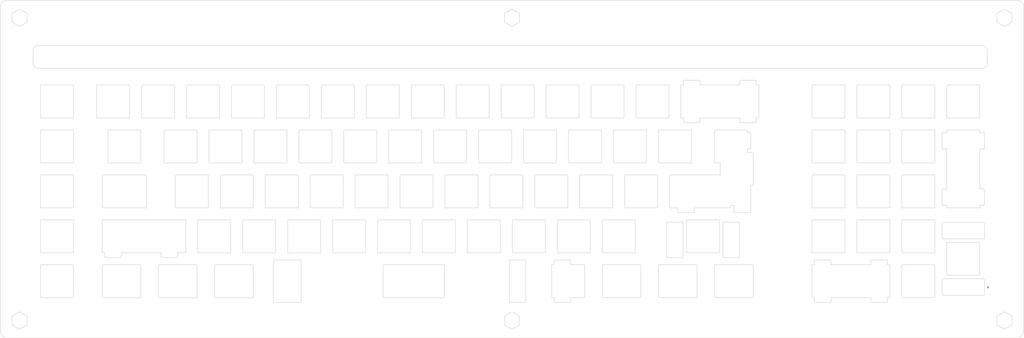
<source format=kicad_pcb>
(kicad_pcb (version 20171130) (host pcbnew "(5.1.5)-3")

  (general
    (thickness 1.6)
    (drawings 886)
    (tracks 1)
    (zones 0)
    (modules 0)
    (nets 1)
  )

  (page A4)
  (layers
    (0 F.Cu signal)
    (31 B.Cu signal)
    (32 B.Adhes user)
    (33 F.Adhes user)
    (34 B.Paste user)
    (35 F.Paste user)
    (36 B.SilkS user)
    (37 F.SilkS user)
    (38 B.Mask user)
    (39 F.Mask user)
    (40 Dwgs.User user)
    (41 Cmts.User user)
    (42 Eco1.User user)
    (43 Eco2.User user)
    (44 Edge.Cuts user)
    (45 Margin user)
    (46 B.CrtYd user)
    (47 F.CrtYd user)
    (48 B.Fab user)
    (49 F.Fab user)
  )

  (setup
    (last_trace_width 0.25)
    (trace_clearance 0.2)
    (zone_clearance 0.508)
    (zone_45_only no)
    (trace_min 0.2)
    (via_size 0.8)
    (via_drill 0.4)
    (via_min_size 0.4)
    (via_min_drill 0.3)
    (uvia_size 0.3)
    (uvia_drill 0.1)
    (uvias_allowed no)
    (uvia_min_size 0.2)
    (uvia_min_drill 0.1)
    (edge_width 0.05)
    (segment_width 0.2)
    (pcb_text_width 0.3)
    (pcb_text_size 1.5 1.5)
    (mod_edge_width 0.12)
    (mod_text_size 1 1)
    (mod_text_width 0.15)
    (pad_size 1.524 1.524)
    (pad_drill 0.762)
    (pad_to_mask_clearance 0.051)
    (solder_mask_min_width 0.25)
    (aux_axis_origin 0 0)
    (visible_elements 7FFFEFFF)
    (pcbplotparams
      (layerselection 0x010fc_ffffffff)
      (usegerberextensions false)
      (usegerberattributes false)
      (usegerberadvancedattributes false)
      (creategerberjobfile false)
      (excludeedgelayer true)
      (linewidth 0.100000)
      (plotframeref false)
      (viasonmask false)
      (mode 1)
      (useauxorigin false)
      (hpglpennumber 1)
      (hpglpenspeed 20)
      (hpglpendiameter 15.000000)
      (psnegative false)
      (psa4output false)
      (plotreference true)
      (plotvalue true)
      (plotinvisibletext false)
      (padsonsilk false)
      (subtractmaskfromsilk false)
      (outputformat 1)
      (mirror false)
      (drillshape 0)
      (scaleselection 1)
      (outputdirectory "platefile-gerbers/"))
  )

  (net 0 "")

  (net_class Default "This is the default net class."
    (clearance 0.2)
    (trace_width 0.25)
    (via_dia 0.8)
    (via_drill 0.4)
    (uvia_dia 0.3)
    (uvia_drill 0.1)
  )

  (gr_line (start 358.06875 10.718474) (end 358.06875 147.9) (layer Edge.Cuts) (width 0.2))
  (gr_line (start 325.431247 57.150002) (end 325.431247 44.150002) (layer Edge.Cuts) (width 0.2))
  (gr_arc (start 338.931247 44.150002) (end 339.431247 44.150002) (angle -90) (layer Edge.Cuts) (width 0.2))
  (gr_arc (start 97.63125 101.3) (end 98.13125 101.3) (angle -90) (layer Edge.Cuts) (width 0.2))
  (gr_arc (start 84.63125 101.3) (end 84.63125 100.8) (angle -90) (layer Edge.Cuts) (width 0.2))
  (gr_line (start 98.91875 43.65) (end 111.91875 43.65) (layer Edge.Cuts) (width 0.2))
  (gr_line (start 111.91875 57.65) (end 98.91875 57.65) (layer Edge.Cuts) (width 0.2))
  (gr_arc (start -72.793749 10.718474) (end -72.793749 7.718474) (angle -90) (layer Edge.Cuts) (width 0.2))
  (gr_arc (start -72.793749 147.9) (end -75.793749 147.9) (angle -90) (layer Edge.Cuts) (width 0.2))
  (gr_arc (start 179.88125 133.35) (end 179.38125 133.35) (angle -90) (layer Edge.Cuts) (width 0.2))
  (gr_arc (start 325.931247 57.150002) (end 325.431247 57.150002) (angle -90) (layer Edge.Cuts) (width 0.2))
  (gr_arc (start 98.91875 57.15) (end 98.41875 57.15) (angle -90) (layer Edge.Cuts) (width 0.2))
  (gr_arc (start 98.91875 44.15) (end 98.91875 43.65) (angle -90) (layer Edge.Cuts) (width 0.2))
  (gr_line (start -72.793749 7.718474) (end 355.06875 7.718474) (layer Edge.Cuts) (width 0.2))
  (gr_line (start 84.63125 100.8) (end 97.63125 100.8) (layer Edge.Cuts) (width 0.2))
  (gr_arc (start 355.06875 147.9) (end 355.06875 150.9) (angle -90) (layer Edge.Cuts) (width 0.2))
  (gr_line (start 98.13125 101.3) (end 98.13125 114.3) (layer Edge.Cuts) (width 0.2))
  (gr_line (start 338.931247 57.650002) (end 325.931247 57.650002) (layer Edge.Cuts) (width 0.2))
  (gr_line (start 84.13125 114.3) (end 84.13125 101.3) (layer Edge.Cuts) (width 0.2))
  (gr_line (start 112.41875 44.15) (end 112.41875 57.15) (layer Edge.Cuts) (width 0.2))
  (gr_arc (start 84.63125 114.3) (end 84.13125 114.3) (angle -90) (layer Edge.Cuts) (width 0.2))
  (gr_line (start 355.06875 150.9) (end -72.793749 150.9) (layer Edge.Cuts) (width 0.2))
  (gr_line (start 339.431247 44.150002) (end 339.431247 57.150002) (layer Edge.Cuts) (width 0.2))
  (gr_line (start 97.63125 114.8) (end 84.63125 114.8) (layer Edge.Cuts) (width 0.2))
  (gr_arc (start 97.63125 114.3) (end 97.63125 114.8) (angle -90) (layer Edge.Cuts) (width 0.2))
  (gr_line (start 179.38125 133.35) (end 179.38125 120.35) (layer Edge.Cuts) (width 0.2))
  (gr_arc (start 195.2625 133.35) (end 195.2625 133.85) (angle -90) (layer Edge.Cuts) (width 0.2))
  (gr_line (start 98.41875 57.15) (end 98.41875 44.15) (layer Edge.Cuts) (width 0.2))
  (gr_arc (start 111.91875 44.15) (end 112.41875 44.15) (angle -90) (layer Edge.Cuts) (width 0.2))
  (gr_arc (start 111.91875 57.15) (end 111.91875 57.65) (angle -90) (layer Edge.Cuts) (width 0.2))
  (gr_line (start 195.2625 133.85) (end 179.88125 133.85) (layer Edge.Cuts) (width 0.2))
  (gr_arc (start 338.931247 57.150002) (end 338.931247 57.650002) (angle -90) (layer Edge.Cuts) (width 0.2))
  (gr_arc (start 325.931247 44.150002) (end 325.931247 43.650002) (angle -90) (layer Edge.Cuts) (width 0.2))
  (gr_line (start -75.793749 147.9) (end -75.793749 10.718474) (layer Edge.Cuts) (width 0.2))
  (gr_arc (start 355.06875 10.718474) (end 358.06875 10.718474) (angle -90) (layer Edge.Cuts) (width 0.2))
  (gr_line (start 325.931247 43.650002) (end 338.931247 43.650002) (layer Edge.Cuts) (width 0.2))
  (gr_arc (start 179.88125 120.35) (end 179.88125 119.85) (angle -90) (layer Edge.Cuts) (width 0.2))
  (gr_line (start 320.381247 44.150002) (end 320.381247 57.150002) (layer Edge.Cuts) (width 0.2))
  (gr_line (start -34.931249 57.15) (end -34.931249 44.15) (layer Edge.Cuts) (width 0.2))
  (gr_arc (start 242.8875 120.35) (end 243.3875 120.35) (angle -90) (layer Edge.Cuts) (width 0.2))
  (gr_line (start -20.931249 44.15) (end -20.931249 57.15) (layer Edge.Cuts) (width 0.2))
  (gr_line (start 306.381247 57.150002) (end 306.381247 44.150002) (layer Edge.Cuts) (width 0.2))
  (gr_arc (start 306.881247 57.150002) (end 306.381247 57.150002) (angle -90) (layer Edge.Cuts) (width 0.2))
  (gr_arc (start 319.881247 57.150002) (end 319.881247 57.650002) (angle -90) (layer Edge.Cuts) (width 0.2))
  (gr_line (start 160.33125 114.3) (end 160.33125 101.3) (layer Edge.Cuts) (width 0.2))
  (gr_arc (start 207.162 102.3) (end 207.162 101.8) (angle -90) (layer Edge.Cuts) (width 0.2))
  (gr_arc (start 319.881247 44.150002) (end 320.381247 44.150002) (angle -90) (layer Edge.Cuts) (width 0.2))
  (gr_arc (start 160.83125 101.3) (end 160.83125 100.8) (angle -90) (layer Edge.Cuts) (width 0.2))
  (gr_arc (start 160.83125 114.3) (end 160.33125 114.3) (angle -90) (layer Edge.Cuts) (width 0.2))
  (gr_arc (start 207.162 116.3) (end 206.662 116.3) (angle -90) (layer Edge.Cuts) (width 0.2))
  (gr_arc (start 242.8875 133.35) (end 242.8875 133.85) (angle -90) (layer Edge.Cuts) (width 0.2))
  (gr_arc (start 79.86875 57.15) (end 79.36875 57.15) (angle -90) (layer Edge.Cuts) (width 0.2))
  (gr_arc (start 87.0125 133.35) (end 86.5125 133.35) (angle -90) (layer Edge.Cuts) (width 0.2))
  (gr_arc (start 87.0125 120.35) (end 87.0125 119.85) (angle -90) (layer Edge.Cuts) (width 0.2))
  (gr_line (start 227.00625 120.35) (end 227.00625 133.35) (layer Edge.Cuts) (width 0.2))
  (gr_line (start 213.662 102.3) (end 213.662 116.3) (layer Edge.Cuts) (width 0.2))
  (gr_arc (start 92.86875 57.15) (end 92.86875 57.65) (angle -90) (layer Edge.Cuts) (width 0.2))
  (gr_line (start 306.881247 43.650002) (end 319.881247 43.650002) (layer Edge.Cuts) (width 0.2))
  (gr_arc (start 306.881247 44.150002) (end 306.881247 43.650002) (angle -90) (layer Edge.Cuts) (width 0.2))
  (gr_line (start 79.86875 43.65) (end 92.86875 43.65) (layer Edge.Cuts) (width 0.2))
  (gr_arc (start 111.91875 120.35) (end 112.41875 120.35) (angle -90) (layer Edge.Cuts) (width 0.2))
  (gr_line (start 160.83125 100.8) (end 173.83125 100.8) (layer Edge.Cuts) (width 0.2))
  (gr_line (start 112.41875 120.35) (end 112.41875 133.35) (layer Edge.Cuts) (width 0.2))
  (gr_arc (start 213.162 102.3) (end 213.662 102.3) (angle -90) (layer Edge.Cuts) (width 0.2))
  (gr_line (start 173.83125 114.8) (end 160.83125 114.8) (layer Edge.Cuts) (width 0.2))
  (gr_arc (start -2.381249 57.15) (end -2.381249 57.65) (angle -90) (layer Edge.Cuts) (width 0.2))
  (gr_line (start -2.381249 57.65) (end -15.381249 57.65) (layer Edge.Cuts) (width 0.2))
  (gr_line (start 174.33125 101.3) (end 174.33125 114.3) (layer Edge.Cuts) (width 0.2))
  (gr_line (start -15.881249 57.15) (end -15.881249 44.15) (layer Edge.Cuts) (width 0.2))
  (gr_arc (start 173.83125 114.3) (end 173.83125 114.8) (angle -90) (layer Edge.Cuts) (width 0.2))
  (gr_arc (start 173.83125 101.3) (end 174.33125 101.3) (angle -90) (layer Edge.Cuts) (width 0.2))
  (gr_arc (start 213.162 116.3) (end 213.162 116.8) (angle -90) (layer Edge.Cuts) (width 0.2))
  (gr_arc (start 111.91875 133.35) (end 111.91875 133.85) (angle -90) (layer Edge.Cuts) (width 0.2))
  (gr_arc (start -21.431249 57.15) (end -21.431249 57.65) (angle -90) (layer Edge.Cuts) (width 0.2))
  (gr_line (start 87.0125 119.85) (end 111.91875 119.85) (layer Edge.Cuts) (width 0.2))
  (gr_line (start 242.8875 119.85) (end 227.50625 119.85) (layer Edge.Cuts) (width 0.2))
  (gr_line (start 213.162 116.8) (end 207.162 116.8) (layer Edge.Cuts) (width 0.2))
  (gr_arc (start -21.431249 44.15) (end -20.931249 44.15) (angle -90) (layer Edge.Cuts) (width 0.2))
  (gr_line (start 111.91875 133.85) (end 87.0125 133.85) (layer Edge.Cuts) (width 0.2))
  (gr_line (start -34.431249 43.65) (end -21.431249 43.65) (layer Edge.Cuts) (width 0.2))
  (gr_line (start 93.36875 44.15) (end 93.36875 57.15) (layer Edge.Cuts) (width 0.2))
  (gr_arc (start 79.86875 44.15) (end 79.86875 43.65) (angle -90) (layer Edge.Cuts) (width 0.2))
  (gr_arc (start -34.431249 44.15) (end -34.431249 43.65) (angle -90) (layer Edge.Cuts) (width 0.2))
  (gr_arc (start 227.50625 120.35) (end 227.50625 119.85) (angle -90) (layer Edge.Cuts) (width 0.2))
  (gr_line (start 243.3875 133.35) (end 243.3875 120.35) (layer Edge.Cuts) (width 0.2))
  (gr_arc (start 227.50625 133.35) (end 227.00625 133.35) (angle -90) (layer Edge.Cuts) (width 0.2))
  (gr_line (start 92.86875 57.65) (end 79.86875 57.65) (layer Edge.Cuts) (width 0.2))
  (gr_arc (start 92.86875 44.15) (end 93.36875 44.15) (angle -90) (layer Edge.Cuts) (width 0.2))
  (gr_line (start 207.162 101.8) (end 213.162 101.8) (layer Edge.Cuts) (width 0.2))
  (gr_line (start 227.50625 133.85) (end 242.8875 133.85) (layer Edge.Cuts) (width 0.2))
  (gr_line (start 86.5125 133.35) (end 86.5125 120.35) (layer Edge.Cuts) (width 0.2))
  (gr_line (start -21.431249 57.65) (end -34.431249 57.65) (layer Edge.Cuts) (width 0.2))
  (gr_line (start 195.7625 120.35) (end 195.7625 133.35) (layer Edge.Cuts) (width 0.2))
  (gr_line (start 179.88125 119.85) (end 195.2625 119.85) (layer Edge.Cuts) (width 0.2))
  (gr_line (start 206.662 116.3) (end 206.662 102.3) (layer Edge.Cuts) (width 0.2))
  (gr_arc (start -15.381249 57.15) (end -15.881249 57.15) (angle -90) (layer Edge.Cuts) (width 0.2))
  (gr_arc (start -34.431249 57.15) (end -34.931249 57.15) (angle -90) (layer Edge.Cuts) (width 0.2))
  (gr_line (start 79.36875 57.15) (end 79.36875 44.15) (layer Edge.Cuts) (width 0.2))
  (gr_line (start 319.881247 57.650002) (end 306.881247 57.650002) (layer Edge.Cuts) (width 0.2))
  (gr_arc (start 195.2625 120.35) (end 195.7625 120.35) (angle -90) (layer Edge.Cuts) (width 0.2))
  (gr_arc (start 15.575001 133.35) (end 15.075001 133.35) (angle -90) (layer Edge.Cuts) (width 0.2))
  (gr_line (start 31.456251 120.35) (end 31.456251 133.35) (layer Edge.Cuts) (width 0.2))
  (gr_arc (start 30.956251 120.35) (end 31.456251 120.35) (angle -90) (layer Edge.Cuts) (width 0.2))
  (gr_line (start 15.575001 119.85) (end 30.956251 119.85) (layer Edge.Cuts) (width 0.2))
  (gr_line (start 78.58125 114.8) (end 65.58125 114.8) (layer Edge.Cuts) (width 0.2))
  (gr_arc (start 306.881247 101.300002) (end 306.881247 100.800002) (angle -90) (layer Edge.Cuts) (width 0.2))
  (gr_arc (start 319.881247 101.300002) (end 320.381247 101.300002) (angle -90) (layer Edge.Cuts) (width 0.2))
  (gr_line (start 346.668865 141.648161) (end 346.668865 145.348161) (layer Edge.Cuts) (width 0.2))
  (gr_line (start 141.1375 139.798161) (end 137.933206 141.648161) (layer Edge.Cuts) (width 0.2))
  (gr_line (start 349.873159 139.798161) (end 346.668865 141.648161) (layer Edge.Cuts) (width 0.2))
  (gr_arc (start 141.78125 101.3) (end 141.78125 100.8) (angle -90) (layer Edge.Cuts) (width 0.2))
  (gr_line (start 319.881247 133.850002) (end 306.881247 133.850002) (layer Edge.Cuts) (width 0.2))
  (gr_arc (start 319.881247 120.350002) (end 320.381247 120.350002) (angle -90) (layer Edge.Cuts) (width 0.2))
  (gr_line (start 79.08125 101.3) (end 79.08125 114.3) (layer Edge.Cuts) (width 0.2))
  (gr_line (start 237.038 116.8) (end 231.038 116.8) (layer Edge.Cuts) (width 0.2))
  (gr_line (start 237.538 102.3) (end 237.538 116.3) (layer Edge.Cuts) (width 0.2))
  (gr_line (start 231.038 101.8) (end 237.038 101.8) (layer Edge.Cuts) (width 0.2))
  (gr_arc (start 306.881247 114.300002) (end 306.381247 114.300002) (angle -90) (layer Edge.Cuts) (width 0.2))
  (gr_line (start 141.78125 100.8) (end 154.78125 100.8) (layer Edge.Cuts) (width 0.2))
  (gr_line (start 144.341794 145.348161) (end 144.341794 141.648161) (layer Edge.Cuts) (width 0.2))
  (gr_line (start 349.873159 147.198161) (end 353.077453 145.348161) (layer Edge.Cuts) (width 0.2))
  (gr_line (start 30.956251 133.85) (end 15.575001 133.85) (layer Edge.Cuts) (width 0.2))
  (gr_arc (start 141.78125 114.3) (end 141.28125 114.3) (angle -90) (layer Edge.Cuts) (width 0.2))
  (gr_line (start 319.881247 100.800002) (end 306.881247 100.800002) (layer Edge.Cuts) (width 0.2))
  (gr_line (start 230.538 116.3) (end 230.538 102.3) (layer Edge.Cuts) (width 0.2))
  (gr_arc (start 30.956251 133.35) (end 30.956251 133.85) (angle -90) (layer Edge.Cuts) (width 0.2))
  (gr_arc (start 65.58125 101.3) (end 65.58125 100.8) (angle -90) (layer Edge.Cuts) (width 0.2))
  (gr_line (start 65.08125 114.3) (end 65.08125 101.3) (layer Edge.Cuts) (width 0.2))
  (gr_arc (start 15.575001 120.35) (end 15.575001 119.85) (angle -90) (layer Edge.Cuts) (width 0.2))
  (gr_line (start 353.077453 141.648161) (end 349.873159 139.798161) (layer Edge.Cuts) (width 0.2))
  (gr_line (start 306.881247 119.850002) (end 319.881247 119.850002) (layer Edge.Cuts) (width 0.2))
  (gr_arc (start 306.881247 120.350002) (end 306.881247 119.850002) (angle -90) (layer Edge.Cuts) (width 0.2))
  (gr_arc (start 154.78125 101.3) (end 155.28125 101.3) (angle -90) (layer Edge.Cuts) (width 0.2))
  (gr_line (start 306.881247 114.800002) (end 319.881247 114.800002) (layer Edge.Cuts) (width 0.2))
  (gr_arc (start 319.881247 133.350002) (end 319.881247 133.850002) (angle -90) (layer Edge.Cuts) (width 0.2))
  (gr_line (start 65.58125 100.8) (end 78.58125 100.8) (layer Edge.Cuts) (width 0.2))
  (gr_line (start 141.1375 147.198161) (end 144.341794 145.348161) (layer Edge.Cuts) (width 0.2))
  (gr_line (start 154.78125 114.8) (end 141.78125 114.8) (layer Edge.Cuts) (width 0.2))
  (gr_line (start 320.381247 120.350002) (end 320.381247 133.350002) (layer Edge.Cuts) (width 0.2))
  (gr_arc (start 231.038 116.3) (end 230.538 116.3) (angle -90) (layer Edge.Cuts) (width 0.2))
  (gr_arc (start 78.58125 101.3) (end 79.08125 101.3) (angle -90) (layer Edge.Cuts) (width 0.2))
  (gr_line (start 155.28125 101.3) (end 155.28125 114.3) (layer Edge.Cuts) (width 0.2))
  (gr_line (start 320.381247 114.300002) (end 320.381247 101.300002) (layer Edge.Cuts) (width 0.2))
  (gr_line (start 346.668865 145.348161) (end 349.873159 147.198161) (layer Edge.Cuts) (width 0.2))
  (gr_line (start 306.381247 101.300002) (end 306.381247 114.300002) (layer Edge.Cuts) (width 0.2))
  (gr_line (start 144.341794 141.648161) (end 141.1375 139.798161) (layer Edge.Cuts) (width 0.2))
  (gr_line (start 306.381247 133.350002) (end 306.381247 120.350002) (layer Edge.Cuts) (width 0.2))
  (gr_arc (start 231.038 102.3) (end 231.038 101.8) (angle -90) (layer Edge.Cuts) (width 0.2))
  (gr_arc (start 154.78125 114.3) (end 154.78125 114.8) (angle -90) (layer Edge.Cuts) (width 0.2))
  (gr_arc (start 65.58125 114.3) (end 65.08125 114.3) (angle -90) (layer Edge.Cuts) (width 0.2))
  (gr_arc (start 237.038 102.3) (end 237.538 102.3) (angle -90) (layer Edge.Cuts) (width 0.2))
  (gr_line (start 141.28125 114.3) (end 141.28125 101.3) (layer Edge.Cuts) (width 0.2))
  (gr_arc (start 78.58125 114.3) (end 78.58125 114.8) (angle -90) (layer Edge.Cuts) (width 0.2))
  (gr_arc (start 319.881247 114.300002) (end 319.881247 114.800002) (angle -90) (layer Edge.Cuts) (width 0.2))
  (gr_line (start 353.077453 145.348161) (end 353.077453 141.648161) (layer Edge.Cuts) (width 0.2))
  (gr_line (start 137.933206 145.348161) (end 141.1375 147.198161) (layer Edge.Cuts) (width 0.2))
  (gr_line (start -1.881249 44.15) (end -1.881249 57.15) (layer Edge.Cuts) (width 0.2))
  (gr_arc (start -2.381249 44.15) (end -1.881249 44.15) (angle -90) (layer Edge.Cuts) (width 0.2))
  (gr_line (start -15.381249 43.65) (end -2.381249 43.65) (layer Edge.Cuts) (width 0.2))
  (gr_arc (start -15.381249 44.15) (end -15.381249 43.65) (angle -90) (layer Edge.Cuts) (width 0.2))
  (gr_arc (start 306.881247 133.350002) (end 306.381247 133.350002) (angle -90) (layer Edge.Cuts) (width 0.2))
  (gr_arc (start 237.038 116.3) (end 237.038 116.8) (angle -90) (layer Edge.Cuts) (width 0.2))
  (gr_line (start 15.075001 133.35) (end 15.075001 120.35) (layer Edge.Cuts) (width 0.2))
  (gr_line (start 137.933206 141.648161) (end 137.933206 145.348161) (layer Edge.Cuts) (width 0.2))
  (gr_line (start 203.69375 133.85) (end 219.075 133.85) (layer Edge.Cuts) (width 0.2))
  (gr_arc (start 16.668751 44.15) (end 17.168751 44.15) (angle -90) (layer Edge.Cuts) (width 0.2))
  (gr_line (start -70.807515 141.65696) (end -70.797363 145.356946) (layer Edge.Cuts) (width 0.2))
  (gr_arc (start 3.668751 44.15) (end 3.668751 43.65) (angle -90) (layer Edge.Cuts) (width 0.2))
  (gr_arc (start 268.781247 95.250002) (end 268.281247 95.250002) (angle -90) (layer Edge.Cuts) (width 0.2))
  (gr_line (start 282.281247 82.250002) (end 282.281247 95.250002) (layer Edge.Cuts) (width 0.2))
  (gr_arc (start 281.781247 82.250002) (end 282.281247 82.250002) (angle -90) (layer Edge.Cuts) (width 0.2))
  (gr_arc (start -58.243749 63.2) (end -58.243749 62.7) (angle -90) (layer Edge.Cuts) (width 0.2))
  (gr_arc (start 3.668751 57.15) (end 3.168751 57.15) (angle -90) (layer Edge.Cuts) (width 0.2))
  (gr_arc (start 281.781247 95.250002) (end 281.781247 95.750002) (angle -90) (layer Edge.Cuts) (width 0.2))
  (gr_line (start 3.668751 43.65) (end 16.668751 43.65) (layer Edge.Cuts) (width 0.2))
  (gr_line (start -67.588005 147.198147) (end -64.388799 145.339363) (layer Edge.Cuts) (width 0.2))
  (gr_line (start -44.743749 120.35) (end -44.743749 133.35) (layer Edge.Cuts) (width 0.2))
  (gr_arc (start 59.53125 101.3) (end 60.03125 101.3) (angle -90) (layer Edge.Cuts) (width 0.2))
  (gr_line (start 46.031251 114.3) (end 46.031251 101.3) (layer Edge.Cuts) (width 0.2))
  (gr_arc (start -58.243749 133.35) (end -58.743749 133.35) (angle -90) (layer Edge.Cuts) (width 0.2))
  (gr_arc (start -58.243749 76.2) (end -58.743749 76.2) (angle -90) (layer Edge.Cuts) (width 0.2))
  (gr_arc (start 219.075 133.35) (end 219.075 133.85) (angle -90) (layer Edge.Cuts) (width 0.2))
  (gr_line (start 268.781247 81.750002) (end 281.781247 81.750002) (layer Edge.Cuts) (width 0.2))
  (gr_arc (start 46.531251 101.3) (end 46.531251 100.8) (angle -90) (layer Edge.Cuts) (width 0.2))
  (gr_line (start 3.168751 57.15) (end 3.168751 44.15) (layer Edge.Cuts) (width 0.2))
  (gr_line (start 17.168751 44.15) (end 17.168751 57.15) (layer Edge.Cuts) (width 0.2))
  (gr_line (start -58.743749 76.2) (end -58.743749 63.2) (layer Edge.Cuts) (width 0.2))
  (gr_arc (start -45.243749 120.35) (end -44.743749 120.35) (angle -90) (layer Edge.Cuts) (width 0.2))
  (gr_arc (start 219.075 120.35) (end 219.575 120.35) (angle -90) (layer Edge.Cuts) (width 0.2))
  (gr_line (start 203.19375 120.35) (end 203.19375 133.35) (layer Edge.Cuts) (width 0.2))
  (gr_line (start 219.075 119.85) (end 203.69375 119.85) (layer Edge.Cuts) (width 0.2))
  (gr_arc (start -45.243749 133.35) (end -45.243749 133.85) (angle -90) (layer Edge.Cuts) (width 0.2))
  (gr_line (start -58.243749 119.85) (end -45.243749 119.85) (layer Edge.Cuts) (width 0.2))
  (gr_arc (start 59.53125 114.3) (end 59.53125 114.8) (angle -90) (layer Edge.Cuts) (width 0.2))
  (gr_line (start -70.797363 145.356946) (end -67.588005 147.198147) (layer Edge.Cuts) (width 0.2))
  (gr_line (start 60.03125 101.3) (end 60.03125 114.3) (layer Edge.Cuts) (width 0.2))
  (gr_line (start -58.743749 133.35) (end -58.743749 120.35) (layer Edge.Cuts) (width 0.2))
  (gr_line (start -45.243749 76.7) (end -58.243749 76.7) (layer Edge.Cuts) (width 0.2))
  (gr_arc (start -45.243749 76.2) (end -45.243749 76.7) (angle -90) (layer Edge.Cuts) (width 0.2))
  (gr_line (start -45.243749 133.85) (end -58.243749 133.85) (layer Edge.Cuts) (width 0.2))
  (gr_arc (start 203.69375 133.35) (end 203.19375 133.35) (angle -90) (layer Edge.Cuts) (width 0.2))
  (gr_arc (start 16.668751 57.15) (end 16.668751 57.65) (angle -90) (layer Edge.Cuts) (width 0.2))
  (gr_line (start 59.53125 114.8) (end 46.531251 114.8) (layer Edge.Cuts) (width 0.2))
  (gr_line (start 46.531251 100.8) (end 59.53125 100.8) (layer Edge.Cuts) (width 0.2))
  (gr_arc (start 203.69375 120.35) (end 203.69375 119.85) (angle -90) (layer Edge.Cuts) (width 0.2))
  (gr_line (start 268.281247 95.250002) (end 268.281247 82.250002) (layer Edge.Cuts) (width 0.2))
  (gr_line (start -44.743749 63.2) (end -44.743749 76.2) (layer Edge.Cuts) (width 0.2))
  (gr_line (start -58.243749 62.7) (end -45.243749 62.7) (layer Edge.Cuts) (width 0.2))
  (gr_line (start 16.668751 57.65) (end 3.668751 57.65) (layer Edge.Cuts) (width 0.2))
  (gr_arc (start 268.781247 82.250002) (end 268.781247 81.750002) (angle -90) (layer Edge.Cuts) (width 0.2))
  (gr_line (start 281.781247 95.750002) (end 268.781247 95.750002) (layer Edge.Cuts) (width 0.2))
  (gr_arc (start 46.531251 114.3) (end 46.031251 114.3) (angle -90) (layer Edge.Cuts) (width 0.2))
  (gr_arc (start -58.243749 120.35) (end -58.243749 119.85) (angle -90) (layer Edge.Cuts) (width 0.2))
  (gr_line (start -64.388799 145.339363) (end -64.398951 141.639377) (layer Edge.Cuts) (width 0.2))
  (gr_arc (start -45.243749 63.2) (end -44.743749 63.2) (angle -90) (layer Edge.Cuts) (width 0.2))
  (gr_line (start 219.575 133.35) (end 219.575 120.35) (layer Edge.Cuts) (width 0.2))
  (gr_line (start -16.668749 119.85) (end -32.049999 119.85) (layer Edge.Cuts) (width 0.2))
  (gr_arc (start 325.931247 110.825002) (end 325.931247 110.325002) (angle -90) (layer Edge.Cuts) (width 0.2))
  (gr_arc (start -32.049999 133.35) (end -32.549999 133.35) (angle -90) (layer Edge.Cuts) (width 0.2))
  (gr_arc (start 325.931247 123.825002) (end 325.431247 123.825002) (angle -90) (layer Edge.Cuts) (width 0.2))
  (gr_arc (start 8.431251 101.3) (end 8.431251 100.8) (angle -90) (layer Edge.Cuts) (width 0.2))
  (gr_line (start -67.598157 18.820313) (end -64.393863 16.970313) (layer Edge.Cuts) (width 0.2))
  (gr_line (start -70.802451 13.270313) (end -70.802451 16.970313) (layer Edge.Cuts) (width 0.2))
  (gr_line (start 141.1375 18.820313) (end 144.341794 16.970313) (layer Edge.Cuts) (width 0.2))
  (gr_line (start 137.933206 16.970313) (end 141.1375 18.820313) (layer Edge.Cuts) (width 0.2))
  (gr_line (start 215.1 114.3) (end 215.1 101.3) (layer Edge.Cuts) (width 0.2))
  (gr_line (start 229.1 101.3) (end 229.1 114.3) (layer Edge.Cuts) (width 0.2))
  (gr_line (start -64.393863 13.270313) (end -67.598157 11.420313) (layer Edge.Cuts) (width 0.2))
  (gr_line (start -64.393863 16.970313) (end -64.393863 13.270313) (layer Edge.Cuts) (width 0.2))
  (gr_arc (start 228.6 114.3) (end 228.6 114.8) (angle -90) (layer Edge.Cuts) (width 0.2))
  (gr_arc (start 338.931247 110.825002) (end 339.431247 110.825002) (angle -90) (layer Edge.Cuts) (width 0.2))
  (gr_arc (start 21.431251 114.3) (end 21.431251 114.8) (angle -90) (layer Edge.Cuts) (width 0.2))
  (gr_line (start 188.11875 57.65) (end 175.11875 57.65) (layer Edge.Cuts) (width 0.2))
  (gr_line (start 175.11875 43.65) (end 188.11875 43.65) (layer Edge.Cuts) (width 0.2))
  (gr_line (start 144.341794 16.970313) (end 144.341794 13.270313) (layer Edge.Cuts) (width 0.2))
  (gr_line (start 7.143751 133.85) (end -8.237499 133.85) (layer Edge.Cuts) (width 0.2))
  (gr_arc (start -32.049999 120.35) (end -32.049999 119.85) (angle -90) (layer Edge.Cuts) (width 0.2))
  (gr_line (start 325.431247 123.825002) (end 325.431247 110.825002) (layer Edge.Cuts) (width 0.2))
  (gr_line (start 137.933206 13.270313) (end 137.933206 16.970313) (layer Edge.Cuts) (width 0.2))
  (gr_line (start -16.168749 133.35) (end -16.168749 120.35) (layer Edge.Cuts) (width 0.2))
  (gr_line (start -67.608309 139.798175) (end -70.807515 141.65696) (layer Edge.Cuts) (width 0.2))
  (gr_line (start 21.431251 114.8) (end 8.431251 114.8) (layer Edge.Cuts) (width 0.2))
  (gr_line (start 8.431251 100.8) (end 21.431251 100.8) (layer Edge.Cuts) (width 0.2))
  (gr_line (start -32.549999 120.35) (end -32.549999 133.35) (layer Edge.Cuts) (width 0.2))
  (gr_arc (start 188.11875 57.15) (end 188.11875 57.65) (angle -90) (layer Edge.Cuts) (width 0.2))
  (gr_arc (start 215.6 114.3) (end 215.1 114.3) (angle -90) (layer Edge.Cuts) (width 0.2))
  (gr_arc (start 215.6 101.3) (end 215.6 100.8) (angle -90) (layer Edge.Cuts) (width 0.2))
  (gr_line (start 228.6 114.8) (end 215.6 114.8) (layer Edge.Cuts) (width 0.2))
  (gr_arc (start 228.6 101.3) (end 229.1 101.3) (angle -90) (layer Edge.Cuts) (width 0.2))
  (gr_arc (start 8.431251 114.3) (end 7.931251 114.3) (angle -90) (layer Edge.Cuts) (width 0.2))
  (gr_line (start 215.6 100.8) (end 228.6 100.8) (layer Edge.Cuts) (width 0.2))
  (gr_arc (start 175.11875 57.15) (end 174.61875 57.15) (angle -90) (layer Edge.Cuts) (width 0.2))
  (gr_line (start 188.61875 44.15) (end 188.61875 57.15) (layer Edge.Cuts) (width 0.2))
  (gr_arc (start 338.931247 123.825002) (end 338.931247 124.325002) (angle -90) (layer Edge.Cuts) (width 0.2))
  (gr_arc (start 7.143751 120.35) (end 7.643751 120.35) (angle -90) (layer Edge.Cuts) (width 0.2))
  (gr_line (start 144.341794 13.270313) (end 141.1375 11.420313) (layer Edge.Cuts) (width 0.2))
  (gr_line (start 325.931247 110.325002) (end 338.931247 110.325002) (layer Edge.Cuts) (width 0.2))
  (gr_arc (start -8.237499 133.35) (end -8.737499 133.35) (angle -90) (layer Edge.Cuts) (width 0.2))
  (gr_line (start -8.237499 119.85) (end 7.143751 119.85) (layer Edge.Cuts) (width 0.2))
  (gr_line (start 174.61875 57.15) (end 174.61875 44.15) (layer Edge.Cuts) (width 0.2))
  (gr_line (start 7.643751 120.35) (end 7.643751 133.35) (layer Edge.Cuts) (width 0.2))
  (gr_arc (start -8.237499 120.35) (end -8.237499 119.85) (angle -90) (layer Edge.Cuts) (width 0.2))
  (gr_arc (start 21.431251 101.3) (end 21.931251 101.3) (angle -90) (layer Edge.Cuts) (width 0.2))
  (gr_line (start 338.931247 124.325002) (end 325.931247 124.325002) (layer Edge.Cuts) (width 0.2))
  (gr_line (start 169.85625 95.25) (end 169.85625 82.25) (layer Edge.Cuts) (width 0.2))
  (gr_line (start 7.931251 114.3) (end 7.931251 101.3) (layer Edge.Cuts) (width 0.2))
  (gr_line (start -70.802451 16.970313) (end -67.598157 18.820313) (layer Edge.Cuts) (width 0.2))
  (gr_line (start -8.737499 133.35) (end -8.737499 120.35) (layer Edge.Cuts) (width 0.2))
  (gr_arc (start -16.668749 120.35) (end -16.168749 120.35) (angle -90) (layer Edge.Cuts) (width 0.2))
  (gr_arc (start 7.143751 133.35) (end 7.143751 133.85) (angle -90) (layer Edge.Cuts) (width 0.2))
  (gr_line (start 339.431247 110.825002) (end 339.431247 123.825002) (layer Edge.Cuts) (width 0.2))
  (gr_line (start 141.1375 11.420313) (end 137.933206 13.270313) (layer Edge.Cuts) (width 0.2))
  (gr_arc (start 175.11875 44.15) (end 175.11875 43.65) (angle -90) (layer Edge.Cuts) (width 0.2))
  (gr_arc (start 170.35625 95.25) (end 169.85625 95.25) (angle -90) (layer Edge.Cuts) (width 0.2))
  (gr_line (start 21.931251 101.3) (end 21.931251 114.3) (layer Edge.Cuts) (width 0.2))
  (gr_arc (start 188.11875 44.15) (end 188.61875 44.15) (angle -90) (layer Edge.Cuts) (width 0.2))
  (gr_line (start -67.598157 11.420313) (end -70.802451 13.270313) (layer Edge.Cuts) (width 0.2))
  (gr_line (start -32.049999 133.85) (end -16.668749 133.85) (layer Edge.Cuts) (width 0.2))
  (gr_line (start -64.398951 141.639377) (end -67.608309 139.798175) (layer Edge.Cuts) (width 0.2))
  (gr_arc (start -16.668749 133.35) (end -16.668749 133.85) (angle -90) (layer Edge.Cuts) (width 0.2))
  (gr_line (start 170.35625 81.75) (end 183.35625 81.75) (layer Edge.Cuts) (width 0.2))
  (gr_line (start 103.68125 100.8) (end 116.68125 100.8) (layer Edge.Cuts) (width 0.2))
  (gr_arc (start 40.481251 114.3) (end 40.481251 114.8) (angle -90) (layer Edge.Cuts) (width 0.2))
  (gr_arc (start 35.718751 57.15) (end 35.718751 57.65) (angle -90) (layer Edge.Cuts) (width 0.2))
  (gr_arc (start 27.481251 101.3) (end 27.481251 100.8) (angle -90) (layer Edge.Cuts) (width 0.2))
  (gr_line (start 40.481251 114.8) (end 27.481251 114.8) (layer Edge.Cuts) (width 0.2))
  (gr_arc (start 40.481251 101.3) (end 40.981251 101.3) (angle -90) (layer Edge.Cuts) (width 0.2))
  (gr_line (start 35.718751 57.65) (end 22.718751 57.65) (layer Edge.Cuts) (width 0.2))
  (gr_line (start 36.218751 44.15) (end 36.218751 57.15) (layer Edge.Cuts) (width 0.2))
  (gr_line (start 22.718751 43.65) (end 35.718751 43.65) (layer Edge.Cuts) (width 0.2))
  (gr_line (start 300.831247 114.800002) (end 287.831247 114.800002) (layer Edge.Cuts) (width 0.2))
  (gr_line (start 287.831247 100.800002) (end 300.831247 100.800002) (layer Edge.Cuts) (width 0.2))
  (gr_arc (start 135.73125 114.3) (end 135.73125 114.8) (angle -90) (layer Edge.Cuts) (width 0.2))
  (gr_arc (start 122.73125 101.3) (end 122.73125 100.8) (angle -90) (layer Edge.Cuts) (width 0.2))
  (gr_line (start 117.18125 101.3) (end 117.18125 114.3) (layer Edge.Cuts) (width 0.2))
  (gr_arc (start 35.718751 44.15) (end 36.218751 44.15) (angle -90) (layer Edge.Cuts) (width 0.2))
  (gr_arc (start 22.718751 44.15) (end 22.718751 43.65) (angle -90) (layer Edge.Cuts) (width 0.2))
  (gr_line (start 179.38125 114.3) (end 179.38125 101.3) (layer Edge.Cuts) (width 0.2))
  (gr_arc (start 319.881247 95.250002) (end 319.881247 95.750002) (angle -90) (layer Edge.Cuts) (width 0.2))
  (gr_arc (start 287.831247 101.300002) (end 287.831247 100.800002) (angle -90) (layer Edge.Cuts) (width 0.2))
  (gr_arc (start 116.68125 101.3) (end 117.18125 101.3) (angle -90) (layer Edge.Cuts) (width 0.2))
  (gr_line (start 103.18125 114.3) (end 103.18125 101.3) (layer Edge.Cuts) (width 0.2))
  (gr_line (start 287.331247 114.300002) (end 287.331247 101.300002) (layer Edge.Cuts) (width 0.2))
  (gr_arc (start 192.88125 101.3) (end 193.38125 101.3) (angle -90) (layer Edge.Cuts) (width 0.2))
  (gr_line (start 193.38125 101.3) (end 193.38125 114.3) (layer Edge.Cuts) (width 0.2))
  (gr_arc (start 179.88125 101.3) (end 179.88125 100.8) (angle -90) (layer Edge.Cuts) (width 0.2))
  (gr_arc (start 103.68125 101.3) (end 103.68125 100.8) (angle -90) (layer Edge.Cuts) (width 0.2))
  (gr_line (start 306.381247 95.250002) (end 306.381247 82.250002) (layer Edge.Cuts) (width 0.2))
  (gr_arc (start 135.73125 101.3) (end 136.23125 101.3) (angle -90) (layer Edge.Cuts) (width 0.2))
  (gr_arc (start 306.881247 82.250002) (end 306.881247 81.750002) (angle -90) (layer Edge.Cuts) (width 0.2))
  (gr_line (start 306.881247 81.750002) (end 319.881247 81.750002) (layer Edge.Cuts) (width 0.2))
  (gr_line (start 183.35625 95.75) (end 170.35625 95.75) (layer Edge.Cuts) (width 0.2))
  (gr_line (start 320.381247 82.250002) (end 320.381247 95.250002) (layer Edge.Cuts) (width 0.2))
  (gr_arc (start 170.35625 82.25) (end 170.35625 81.75) (angle -90) (layer Edge.Cuts) (width 0.2))
  (gr_arc (start 122.73125 114.3) (end 122.23125 114.3) (angle -90) (layer Edge.Cuts) (width 0.2))
  (gr_arc (start 27.481251 114.3) (end 26.981251 114.3) (angle -90) (layer Edge.Cuts) (width 0.2))
  (gr_line (start 40.981251 101.3) (end 40.981251 114.3) (layer Edge.Cuts) (width 0.2))
  (gr_arc (start 300.831247 114.300002) (end 300.831247 114.800002) (angle -90) (layer Edge.Cuts) (width 0.2))
  (gr_arc (start 300.831247 101.300002) (end 301.331247 101.300002) (angle -90) (layer Edge.Cuts) (width 0.2))
  (gr_line (start 135.73125 114.8) (end 122.73125 114.8) (layer Edge.Cuts) (width 0.2))
  (gr_line (start 301.331247 101.300002) (end 301.331247 114.300002) (layer Edge.Cuts) (width 0.2))
  (gr_line (start 116.68125 114.8) (end 103.68125 114.8) (layer Edge.Cuts) (width 0.2))
  (gr_line (start 136.23125 101.3) (end 136.23125 114.3) (layer Edge.Cuts) (width 0.2))
  (gr_arc (start 103.68125 114.3) (end 103.18125 114.3) (angle -90) (layer Edge.Cuts) (width 0.2))
  (gr_line (start 340.55675 36.59525) (end -59.868749 36.59525) (layer Edge.Cuts) (width 0.2))
  (gr_arc (start 116.68125 114.3) (end 116.68125 114.8) (angle -90) (layer Edge.Cuts) (width 0.2))
  (gr_arc (start 183.35625 95.25) (end 183.35625 95.75) (angle -90) (layer Edge.Cuts) (width 0.2))
  (gr_line (start 22.218751 57.15) (end 22.218751 44.15) (layer Edge.Cuts) (width 0.2))
  (gr_arc (start 179.88125 114.3) (end 179.38125 114.3) (angle -90) (layer Edge.Cuts) (width 0.2))
  (gr_line (start 319.881247 95.750002) (end 306.881247 95.750002) (layer Edge.Cuts) (width 0.2))
  (gr_line (start 26.981251 114.3) (end 26.981251 101.3) (layer Edge.Cuts) (width 0.2))
  (gr_arc (start 287.831247 114.300002) (end 287.331247 114.300002) (angle -90) (layer Edge.Cuts) (width 0.2))
  (gr_line (start 122.73125 100.8) (end 135.73125 100.8) (layer Edge.Cuts) (width 0.2))
  (gr_arc (start 306.881247 95.250002) (end 306.381247 95.250002) (angle -90) (layer Edge.Cuts) (width 0.2))
  (gr_line (start 183.85625 82.25) (end 183.85625 95.25) (layer Edge.Cuts) (width 0.2))
  (gr_line (start 179.88125 100.8) (end 192.88125 100.8) (layer Edge.Cuts) (width 0.2))
  (gr_arc (start 183.35625 82.25) (end 183.85625 82.25) (angle -90) (layer Edge.Cuts) (width 0.2))
  (gr_line (start 192.88125 114.8) (end 179.88125 114.8) (layer Edge.Cuts) (width 0.2))
  (gr_line (start 27.481251 100.8) (end 40.481251 100.8) (layer Edge.Cuts) (width 0.2))
  (gr_arc (start 319.881247 82.250002) (end 320.381247 82.250002) (angle -90) (layer Edge.Cuts) (width 0.2))
  (gr_arc (start 192.88125 114.3) (end 192.88125 114.8) (angle -90) (layer Edge.Cuts) (width 0.2))
  (gr_arc (start 22.718751 57.15) (end 22.218751 57.15) (angle -90) (layer Edge.Cuts) (width 0.2))
  (gr_arc (start 340.55675 34.59525) (end 340.55675 36.59525) (angle -90) (layer Edge.Cuts) (width 0.2))
  (gr_line (start 122.23125 114.3) (end 122.23125 101.3) (layer Edge.Cuts) (width 0.2))
  (gr_line (start 112.70625 95.25) (end 112.70625 82.25) (layer Edge.Cuts) (width 0.2))
  (gr_line (start 341.431247 108.387002) (end 341.431247 102.387002) (layer Edge.Cuts) (width 0.2))
  (gr_arc (start 113.20625 95.25) (end 112.70625 95.25) (angle -90) (layer Edge.Cuts) (width 0.2))
  (gr_line (start 126.20625 95.75) (end 113.20625 95.75) (layer Edge.Cuts) (width 0.2))
  (gr_line (start 301.331247 44.150002) (end 301.331247 57.150002) (layer Edge.Cuts) (width 0.2))
  (gr_line (start 301.331247 82.250002) (end 301.331247 95.250002) (layer Edge.Cuts) (width 0.2))
  (gr_line (start 287.831247 81.750002) (end 300.831247 81.750002) (layer Edge.Cuts) (width 0.2))
  (gr_arc (start -58.243749 44.15) (end -58.243749 43.65) (angle -90) (layer Edge.Cuts) (width 0.2))
  (gr_line (start 147.0125 118.35) (end 147.0125 135.35) (layer Edge.Cuts) (width 0.2))
  (gr_line (start 146.5125 135.85) (end 140.5125 135.85) (layer Edge.Cuts) (width 0.2))
  (gr_arc (start 300.831247 95.250002) (end 300.831247 95.750002) (angle -90) (layer Edge.Cuts) (width 0.2))
  (gr_line (start 287.831247 43.650002) (end 300.831247 43.650002) (layer Edge.Cuts) (width 0.2))
  (gr_arc (start 287.831247 57.150002) (end 287.331247 57.150002) (angle -90) (layer Edge.Cuts) (width 0.2))
  (gr_line (start 117.46875 57.15) (end 117.46875 44.15) (layer Edge.Cuts) (width 0.2))
  (gr_line (start 117.96875 43.65) (end 130.96875 43.65) (layer Edge.Cuts) (width 0.2))
  (gr_line (start 12.693751 76.2) (end 12.693751 63.2) (layer Edge.Cuts) (width 0.2))
  (gr_line (start 26.193751 76.7) (end 13.193751 76.7) (layer Edge.Cuts) (width 0.2))
  (gr_line (start -45.243749 57.65) (end -58.243749 57.65) (layer Edge.Cuts) (width 0.2))
  (gr_line (start 300.831247 95.750002) (end 287.831247 95.750002) (layer Edge.Cuts) (width 0.2))
  (gr_line (start 140.5125 117.85) (end 146.5125 117.85) (layer Edge.Cuts) (width 0.2))
  (gr_arc (start -45.243749 44.15) (end -44.743749 44.15) (angle -90) (layer Edge.Cuts) (width 0.2))
  (gr_arc (start 26.193751 63.2) (end 26.693751 63.2) (angle -90) (layer Edge.Cuts) (width 0.2))
  (gr_arc (start 140.5125 135.35) (end 140.0125 135.35) (angle -90) (layer Edge.Cuts) (width 0.2))
  (gr_arc (start 300.831247 82.250002) (end 301.331247 82.250002) (angle -90) (layer Edge.Cuts) (width 0.2))
  (gr_line (start 131.46875 44.15) (end 131.46875 57.15) (layer Edge.Cuts) (width 0.2))
  (gr_arc (start 126.20625 95.25) (end 126.20625 95.75) (angle -90) (layer Edge.Cuts) (width 0.2))
  (gr_arc (start 130.96875 57.15) (end 130.96875 57.65) (angle -90) (layer Edge.Cuts) (width 0.2))
  (gr_line (start 300.831247 57.650002) (end 287.831247 57.650002) (layer Edge.Cuts) (width 0.2))
  (gr_arc (start 146.5125 135.35) (end 146.5125 135.85) (angle -90) (layer Edge.Cuts) (width 0.2))
  (gr_arc (start 340.931247 102.387002) (end 341.431247 102.387002) (angle -90) (layer Edge.Cuts) (width 0.2))
  (gr_line (start 126.70625 82.25) (end 126.70625 95.25) (layer Edge.Cuts) (width 0.2))
  (gr_arc (start 126.20625 82.25) (end 126.70625 82.25) (angle -90) (layer Edge.Cuts) (width 0.2))
  (gr_arc (start 287.831247 95.250002) (end 287.331247 95.250002) (angle -90) (layer Edge.Cuts) (width 0.2))
  (gr_arc (start -58.243749 57.15) (end -58.743749 57.15) (angle -90) (layer Edge.Cuts) (width 0.2))
  (gr_arc (start 287.831247 44.150002) (end 287.831247 43.650002) (angle -90) (layer Edge.Cuts) (width 0.2))
  (gr_line (start 130.96875 57.65) (end 117.96875 57.65) (layer Edge.Cuts) (width 0.2))
  (gr_arc (start 140.5125 118.35) (end 140.5125 117.85) (angle -90) (layer Edge.Cuts) (width 0.2))
  (gr_line (start 13.193751 62.7) (end 26.193751 62.7) (layer Edge.Cuts) (width 0.2))
  (gr_line (start 287.331247 57.150002) (end 287.331247 44.150002) (layer Edge.Cuts) (width 0.2))
  (gr_arc (start 130.96875 44.15) (end 131.46875 44.15) (angle -90) (layer Edge.Cuts) (width 0.2))
  (gr_arc (start 117.96875 57.15) (end 117.46875 57.15) (angle -90) (layer Edge.Cuts) (width 0.2))
  (gr_line (start 287.331247 95.250002) (end 287.331247 82.250002) (layer Edge.Cuts) (width 0.2))
  (gr_arc (start 287.831247 82.250002) (end 287.831247 81.750002) (angle -90) (layer Edge.Cuts) (width 0.2))
  (gr_line (start -58.243749 43.65) (end -45.243749 43.65) (layer Edge.Cuts) (width 0.2))
  (gr_arc (start -45.243749 57.15) (end -45.243749 57.65) (angle -90) (layer Edge.Cuts) (width 0.2))
  (gr_arc (start 146.5125 118.35) (end 147.0125 118.35) (angle -90) (layer Edge.Cuts) (width 0.2))
  (gr_line (start 113.20625 81.75) (end 126.20625 81.75) (layer Edge.Cuts) (width 0.2))
  (gr_arc (start 26.193751 76.2) (end 26.193751 76.7) (angle -90) (layer Edge.Cuts) (width 0.2))
  (gr_arc (start 13.193751 63.2) (end 13.193751 62.7) (angle -90) (layer Edge.Cuts) (width 0.2))
  (gr_arc (start 300.831247 57.150002) (end 300.831247 57.650002) (angle -90) (layer Edge.Cuts) (width 0.2))
  (gr_arc (start 13.193751 76.2) (end 12.693751 76.2) (angle -90) (layer Edge.Cuts) (width 0.2))
  (gr_line (start 26.693751 63.2) (end 26.693751 76.2) (layer Edge.Cuts) (width 0.2))
  (gr_arc (start 300.831247 44.150002) (end 301.331247 44.150002) (angle -90) (layer Edge.Cuts) (width 0.2))
  (gr_line (start -58.743749 57.15) (end -58.743749 44.15) (layer Edge.Cuts) (width 0.2))
  (gr_line (start -44.743749 44.15) (end -44.743749 57.15) (layer Edge.Cuts) (width 0.2))
  (gr_line (start 140.0125 135.35) (end 140.0125 118.35) (layer Edge.Cuts) (width 0.2))
  (gr_line (start 342.55675 28.941697) (end 342.55675 34.59525) (layer Edge.Cuts) (width 0.2))
  (gr_arc (start 340.55675 28.941697) (end 342.55675 28.941697) (angle -90) (layer Edge.Cuts) (width 0.2))
  (gr_line (start -59.868749 26.941697) (end 340.55675 26.941697) (layer Edge.Cuts) (width 0.2))
  (gr_arc (start -59.868749 28.941697) (end -59.868749 26.941697) (angle -90) (layer Edge.Cuts) (width 0.2))
  (gr_arc (start 113.20625 82.25) (end 113.20625 81.75) (angle -90) (layer Edge.Cuts) (width 0.2))
  (gr_arc (start 117.96875 44.15) (end 117.96875 43.65) (angle -90) (layer Edge.Cuts) (width 0.2))
  (gr_line (start -61.868749 34.59525) (end -61.868749 28.941697) (layer Edge.Cuts) (width 0.2))
  (gr_arc (start -59.868749 34.59525) (end -61.868749 34.59525) (angle -90) (layer Edge.Cuts) (width 0.2))
  (gr_line (start 245.26875 57.65) (end 244.68175 57.65) (layer Edge.Cuts) (width 0.2))
  (gr_line (start 237.68175 43.65) (end 237.68175 42.15) (layer Edge.Cuts) (width 0.2))
  (gr_arc (start 214.30575 42.15) (end 214.30575 41.65) (angle -90) (layer Edge.Cuts) (width 0.2))
  (gr_line (start 300.831247 119.850002) (end 300.244247 119.850002) (layer Edge.Cuts) (width 0.2))
  (gr_line (start 293.244247 119.850002) (end 276.368247 119.850002) (layer Edge.Cuts) (width 0.2))
  (gr_line (start 238.18175 41.65) (end 244.18175 41.65) (layer Edge.Cuts) (width 0.2))
  (gr_line (start 340.931247 101.887002) (end 323.931247 101.887002) (layer Edge.Cuts) (width 0.2))
  (gr_arc (start 323.931247 102.387002) (end 323.931247 101.887002) (angle -90) (layer Edge.Cuts) (width 0.2))
  (gr_arc (start 245.26875 44.15) (end 245.76875 44.15) (angle -90) (layer Edge.Cuts) (width 0.2))
  (gr_arc (start 340.931247 108.387002) (end 340.931247 108.887002) (angle -90) (layer Edge.Cuts) (width 0.2))
  (gr_line (start 237.68175 59.15) (end 237.68175 57.65) (layer Edge.Cuts) (width 0.2))
  (gr_line (start 244.18175 59.65) (end 238.18175 59.65) (layer Edge.Cuts) (width 0.2))
  (gr_line (start 300.244247 133.850002) (end 300.831247 133.850002) (layer Edge.Cuts) (width 0.2))
  (gr_arc (start 323.931247 108.387002) (end 323.431247 108.387002) (angle -90) (layer Edge.Cuts) (width 0.2))
  (gr_line (start 301.331247 133.350002) (end 301.331247 120.350002) (layer Edge.Cuts) (width 0.2))
  (gr_line (start 323.931247 108.887002) (end 340.931247 108.887002) (layer Edge.Cuts) (width 0.2))
  (gr_line (start 323.431247 102.387002) (end 323.431247 108.387002) (layer Edge.Cuts) (width 0.2))
  (gr_line (start 220.80575 43.65) (end 237.68175 43.65) (layer Edge.Cuts) (width 0.2))
  (gr_line (start 213.80575 59.15) (end 213.80575 57.65) (layer Edge.Cuts) (width 0.2))
  (gr_line (start 245.76875 44.15) (end 245.76875 57.15) (layer Edge.Cuts) (width 0.2))
  (gr_arc (start 238.18175 42.15) (end 238.18175 41.65) (angle -90) (layer Edge.Cuts) (width 0.2))
  (gr_arc (start 40.512501 135.35) (end 40.012501 135.35) (angle -90) (layer Edge.Cuts) (width 0.2))
  (gr_arc (start 300.831247 133.350002) (end 300.831247 133.850002) (angle -90) (layer Edge.Cuts) (width 0.2))
  (gr_line (start 276.368247 133.850002) (end 293.244247 133.850002) (layer Edge.Cuts) (width 0.2))
  (gr_line (start 51.26875 135.85) (end 40.512501 135.85) (layer Edge.Cuts) (width 0.2))
  (gr_arc (start 51.26875 135.35) (end 51.26875 135.85) (angle -90) (layer Edge.Cuts) (width 0.2))
  (gr_line (start 51.76875 118.35) (end 51.76875 135.35) (layer Edge.Cuts) (width 0.2))
  (gr_line (start 213.80575 57.65) (end 213.21875 57.65) (layer Edge.Cuts) (width 0.2))
  (gr_arc (start 214.30575 59.15) (end 213.80575 59.15) (angle -90) (layer Edge.Cuts) (width 0.2))
  (gr_line (start 237.68175 57.65) (end 220.80575 57.65) (layer Edge.Cuts) (width 0.2))
  (gr_line (start 293.744247 135.850002) (end 299.744247 135.850002) (layer Edge.Cuts) (width 0.2))
  (gr_arc (start 51.26875 118.35) (end 51.76875 118.35) (angle -90) (layer Edge.Cuts) (width 0.2))
  (gr_line (start 40.512501 117.85) (end 51.26875 117.85) (layer Edge.Cuts) (width 0.2))
  (gr_line (start 40.012501 135.35) (end 40.012501 118.35) (layer Edge.Cuts) (width 0.2))
  (gr_line (start 212.71875 57.15) (end 212.71875 44.15) (layer Edge.Cuts) (width 0.2))
  (gr_line (start 244.68175 57.65) (end 244.68175 59.15) (layer Edge.Cuts) (width 0.2))
  (gr_line (start 244.68175 42.15) (end 244.68175 43.65) (layer Edge.Cuts) (width 0.2))
  (gr_arc (start 213.21875 44.15) (end 213.21875 43.65) (angle -90) (layer Edge.Cuts) (width 0.2))
  (gr_line (start 220.80575 42.15) (end 220.80575 43.65) (layer Edge.Cuts) (width 0.2))
  (gr_line (start 300.244247 119.850002) (end 300.244247 118.350002) (layer Edge.Cuts) (width 0.2))
  (gr_line (start 293.244247 118.350002) (end 293.244247 119.850002) (layer Edge.Cuts) (width 0.2))
  (gr_line (start 293.244247 133.850002) (end 293.244247 135.350002) (layer Edge.Cuts) (width 0.2))
  (gr_line (start 214.30575 41.65) (end 220.30575 41.65) (layer Edge.Cuts) (width 0.2))
  (gr_arc (start 293.744247 118.350002) (end 293.744247 117.850002) (angle -90) (layer Edge.Cuts) (width 0.2))
  (gr_line (start 300.244247 135.350002) (end 300.244247 133.850002) (layer Edge.Cuts) (width 0.2))
  (gr_line (start 299.744247 117.850002) (end 293.744247 117.850002) (layer Edge.Cuts) (width 0.2))
  (gr_arc (start 299.744247 118.350002) (end 300.244247 118.350002) (angle -90) (layer Edge.Cuts) (width 0.2))
  (gr_arc (start 299.744247 135.350002) (end 299.744247 135.850002) (angle -90) (layer Edge.Cuts) (width 0.2))
  (gr_arc (start 300.831247 120.350002) (end 301.331247 120.350002) (angle -90) (layer Edge.Cuts) (width 0.2))
  (gr_arc (start 220.30575 59.15) (end 220.30575 59.65) (angle -90) (layer Edge.Cuts) (width 0.2))
  (gr_arc (start 244.18175 59.15) (end 244.18175 59.65) (angle -90) (layer Edge.Cuts) (width 0.2))
  (gr_arc (start 244.18175 42.15) (end 244.68175 42.15) (angle -90) (layer Edge.Cuts) (width 0.2))
  (gr_arc (start 245.26875 57.15) (end 245.26875 57.65) (angle -90) (layer Edge.Cuts) (width 0.2))
  (gr_line (start 244.68175 43.65) (end 245.26875 43.65) (layer Edge.Cuts) (width 0.2))
  (gr_arc (start 220.30575 42.15) (end 220.80575 42.15) (angle -90) (layer Edge.Cuts) (width 0.2))
  (gr_line (start 213.21875 43.65) (end 213.80575 43.65) (layer Edge.Cuts) (width 0.2))
  (gr_arc (start 238.18175 59.15) (end 237.68175 59.15) (angle -90) (layer Edge.Cuts) (width 0.2))
  (gr_line (start 276.368247 135.350002) (end 276.368247 133.850002) (layer Edge.Cuts) (width 0.2))
  (gr_arc (start 293.744247 135.350002) (end 293.244247 135.350002) (angle -90) (layer Edge.Cuts) (width 0.2))
  (gr_line (start 220.80575 57.65) (end 220.80575 59.15) (layer Edge.Cuts) (width 0.2))
  (gr_line (start 213.80575 43.65) (end 213.80575 42.15) (layer Edge.Cuts) (width 0.2))
  (gr_arc (start 40.512501 118.35) (end 40.512501 117.85) (angle -90) (layer Edge.Cuts) (width 0.2))
  (gr_arc (start 213.21875 57.15) (end 212.71875 57.15) (angle -90) (layer Edge.Cuts) (width 0.2))
  (gr_line (start 220.30575 59.65) (end 214.30575 59.65) (layer Edge.Cuts) (width 0.2))
  (gr_line (start 166.06875 118.35) (end 166.06875 119.85) (layer Edge.Cuts) (width 0.2))
  (gr_line (start 159.56875 117.85) (end 165.56875 117.85) (layer Edge.Cuts) (width 0.2))
  (gr_line (start 323.431247 94.163002) (end 323.431247 88.163002) (layer Edge.Cuts) (width 0.2))
  (gr_line (start 159.06875 119.85) (end 159.06875 118.35) (layer Edge.Cuts) (width 0.2))
  (gr_line (start 323.431247 132.263002) (end 323.431247 126.263002) (layer Edge.Cuts) (width 0.2))
  (gr_arc (start 323.931247 132.263002) (end 323.431247 132.263002) (angle -90) (layer Edge.Cuts) (width 0.2))
  (gr_line (start 323.931247 63.787002) (end 325.431247 63.787002) (layer Edge.Cuts) (width 0.2))
  (gr_arc (start 323.931247 64.287002) (end 323.931247 63.787002) (angle -90) (layer Edge.Cuts) (width 0.2))
  (gr_arc (start 323.931247 88.163002) (end 323.931247 87.663002) (angle -90) (layer Edge.Cuts) (width 0.2))
  (gr_line (start 325.431247 94.663002) (end 323.931247 94.663002) (layer Edge.Cuts) (width 0.2))
  (gr_arc (start 158.45 120.35) (end 158.45 119.85) (angle -90) (layer Edge.Cuts) (width 0.2))
  (gr_line (start 325.931247 62.700002) (end 338.931247 62.700002) (layer Edge.Cuts) (width 0.2))
  (gr_arc (start 165.56875 118.35) (end 166.06875 118.35) (angle -90) (layer Edge.Cuts) (width 0.2))
  (gr_arc (start 325.931247 63.200002) (end 325.931247 62.700002) (angle -90) (layer Edge.Cuts) (width 0.2))
  (gr_arc (start 171.45 133.35) (end 171.45 133.85) (angle -90) (layer Edge.Cuts) (width 0.2))
  (gr_arc (start 340.931247 126.263002) (end 341.431247 126.263002) (angle -90) (layer Edge.Cuts) (width 0.2))
  (gr_line (start 306.381247 76.200002) (end 306.381247 63.200002) (layer Edge.Cuts) (width 0.2))
  (gr_line (start 320.381247 63.200002) (end 320.381247 76.200002) (layer Edge.Cuts) (width 0.2))
  (gr_line (start 325.431247 70.787002) (end 323.931247 70.787002) (layer Edge.Cuts) (width 0.2))
  (gr_arc (start 275.868247 135.350002) (end 275.868247 135.850002) (angle -90) (layer Edge.Cuts) (width 0.2))
  (gr_arc (start 269.868247 118.350002) (end 269.868247 117.850002) (angle -90) (layer Edge.Cuts) (width 0.2))
  (gr_line (start 159.06875 133.85) (end 158.45 133.85) (layer Edge.Cuts) (width 0.2))
  (gr_line (start 340.931247 132.763002) (end 323.931247 132.763002) (layer Edge.Cuts) (width 0.2))
  (gr_arc (start 268.781247 133.350002) (end 268.281247 133.350002) (angle -90) (layer Edge.Cuts) (width 0.2))
  (gr_line (start 269.868247 135.850002) (end 275.868247 135.850002) (layer Edge.Cuts) (width 0.2))
  (gr_line (start 171.45 133.85) (end 166.06875 133.85) (layer Edge.Cuts) (width 0.2))
  (gr_line (start 166.06875 119.85) (end 171.45 119.85) (layer Edge.Cuts) (width 0.2))
  (gr_line (start 269.368247 118.350002) (end 269.368247 119.850002) (layer Edge.Cuts) (width 0.2))
  (gr_arc (start 306.881247 76.200002) (end 306.381247 76.200002) (angle -90) (layer Edge.Cuts) (width 0.2))
  (gr_arc (start 269.868247 135.350002) (end 269.368247 135.350002) (angle -90) (layer Edge.Cuts) (width 0.2))
  (gr_line (start 269.368247 133.850002) (end 269.368247 135.350002) (layer Edge.Cuts) (width 0.2))
  (gr_line (start 268.781247 133.850002) (end 269.368247 133.850002) (layer Edge.Cuts) (width 0.2))
  (gr_line (start 166.06875 133.85) (end 166.06875 135.35) (layer Edge.Cuts) (width 0.2))
  (gr_arc (start 323.931247 126.263002) (end 323.931247 125.763002) (angle -90) (layer Edge.Cuts) (width 0.2))
  (gr_line (start 319.881247 76.700002) (end 306.881247 76.700002) (layer Edge.Cuts) (width 0.2))
  (gr_line (start 323.931247 87.663002) (end 325.431247 87.663002) (layer Edge.Cuts) (width 0.2))
  (gr_line (start 323.431247 70.287002) (end 323.431247 64.287002) (layer Edge.Cuts) (width 0.2))
  (gr_line (start 165.56875 135.85) (end 159.56875 135.85) (layer Edge.Cuts) (width 0.2))
  (gr_arc (start 323.931247 94.163002) (end 323.431247 94.163002) (angle -90) (layer Edge.Cuts) (width 0.2))
  (gr_line (start 341.431247 126.263002) (end 341.431247 132.263002) (layer Edge.Cuts) (width 0.2))
  (gr_line (start 157.95 133.35) (end 157.95 120.35) (layer Edge.Cuts) (width 0.2))
  (gr_line (start 268.281247 120.350002) (end 268.281247 133.350002) (layer Edge.Cuts) (width 0.2))
  (gr_arc (start 268.781247 120.350002) (end 268.781247 119.850002) (angle -90) (layer Edge.Cuts) (width 0.2))
  (gr_line (start 323.931247 125.763002) (end 340.931247 125.763002) (layer Edge.Cuts) (width 0.2))
  (gr_line (start 269.368247 119.850002) (end 268.781247 119.850002) (layer Edge.Cuts) (width 0.2))
  (gr_line (start 275.868247 117.850002) (end 269.868247 117.850002) (layer Edge.Cuts) (width 0.2))
  (gr_arc (start 171.45 120.35) (end 171.95 120.35) (angle -90) (layer Edge.Cuts) (width 0.2))
  (gr_arc (start 159.56875 135.35) (end 159.06875 135.35) (angle -90) (layer Edge.Cuts) (width 0.2))
  (gr_line (start 306.881247 62.700002) (end 319.881247 62.700002) (layer Edge.Cuts) (width 0.2))
  (gr_arc (start 165.56875 135.35) (end 165.56875 135.85) (angle -90) (layer Edge.Cuts) (width 0.2))
  (gr_arc (start 159.56875 118.35) (end 159.56875 117.85) (angle -90) (layer Edge.Cuts) (width 0.2))
  (gr_arc (start 275.868247 118.350002) (end 276.368247 118.350002) (angle -90) (layer Edge.Cuts) (width 0.2))
  (gr_line (start 325.431247 87.663002) (end 325.431247 70.787002) (layer Edge.Cuts) (width 0.2))
  (gr_line (start 276.368247 119.850002) (end 276.368247 118.350002) (layer Edge.Cuts) (width 0.2))
  (gr_line (start 171.95 120.35) (end 171.95 133.35) (layer Edge.Cuts) (width 0.2))
  (gr_arc (start 340.931247 132.263002) (end 340.931247 132.763002) (angle -90) (layer Edge.Cuts) (width 0.2))
  (gr_arc (start 319.881247 63.200002) (end 320.381247 63.200002) (angle -90) (layer Edge.Cuts) (width 0.2))
  (gr_arc (start 306.881247 63.200002) (end 306.881247 62.700002) (angle -90) (layer Edge.Cuts) (width 0.2))
  (gr_line (start 158.45 119.85) (end 159.06875 119.85) (layer Edge.Cuts) (width 0.2))
  (gr_arc (start 319.881247 76.200002) (end 319.881247 76.700002) (angle -90) (layer Edge.Cuts) (width 0.2))
  (gr_line (start 325.431247 63.787002) (end 325.431247 63.200002) (layer Edge.Cuts) (width 0.2))
  (gr_arc (start 323.931247 70.287002) (end 323.431247 70.287002) (angle -90) (layer Edge.Cuts) (width 0.2))
  (gr_arc (start 158.45 133.35) (end 157.95 133.35) (angle -90) (layer Edge.Cuts) (width 0.2))
  (gr_line (start 159.06875 135.35) (end 159.06875 133.85) (layer Edge.Cuts) (width 0.2))
  (gr_line (start -30.168749 63.2) (end -30.168749 76.2) (layer Edge.Cuts) (width 0.2))
  (gr_arc (start 233.3625 95.25) (end 233.3625 95.75) (angle -90) (layer Edge.Cuts) (width 0.2))
  (gr_line (start 241.00625 72.225) (end 242.8875 72.225) (layer Edge.Cuts) (width 0.2))
  (gr_line (start 235.3005 94.663) (end 233.8625 94.663) (layer Edge.Cuts) (width 0.2))
  (gr_line (start 235.3005 97.25) (end 235.3005 94.663) (layer Edge.Cuts) (width 0.2))
  (gr_arc (start 241.8005 97.25) (end 241.8005 97.75) (angle -90) (layer Edge.Cuts) (width 0.2))
  (gr_line (start 242.3875 88.163) (end 242.3875 94.163) (layer Edge.Cuts) (width 0.2))
  (gr_arc (start 241.8875 88.163) (end 242.3875 88.163) (angle -34.30999269) (layer Edge.Cuts) (width 0.2))
  (gr_line (start 242.3005 86.225) (end 242.3005 87.881165) (layer Edge.Cuts) (width 0.2))
  (gr_arc (start 287.831247 76.200002) (end 287.331247 76.200002) (angle -90) (layer Edge.Cuts) (width 0.2))
  (gr_arc (start 241.8875 70.287) (end 241.8875 70.787) (angle -90) (layer Edge.Cuts) (width 0.2))
  (gr_arc (start 300.831247 63.200002) (end 301.331247 63.200002) (angle -90) (layer Edge.Cuts) (width 0.2))
  (gr_arc (start 83.34375 63.2) (end 83.84375 63.2) (angle -90) (layer Edge.Cuts) (width 0.2))
  (gr_arc (start 242.8875 85.725) (end 242.8875 86.225) (angle -90) (layer Edge.Cuts) (width 0.2))
  (gr_line (start 242.3875 64.287) (end 242.3875 70.287) (layer Edge.Cuts) (width 0.2))
  (gr_arc (start 287.831247 63.200002) (end 287.831247 62.700002) (angle -90) (layer Edge.Cuts) (width 0.2))
  (gr_line (start 287.831247 62.700002) (end 300.831247 62.700002) (layer Edge.Cuts) (width 0.2))
  (gr_line (start 70.34375 62.7) (end 83.34375 62.7) (layer Edge.Cuts) (width 0.2))
  (gr_arc (start 70.34375 76.2) (end 69.84375 76.2) (angle -90) (layer Edge.Cuts) (width 0.2))
  (gr_arc (start -16.668749 76.2) (end -16.668749 76.7) (angle -90) (layer Edge.Cuts) (width 0.2))
  (gr_arc (start 242.8875 72.725) (end 243.3875 72.725) (angle -90) (layer Edge.Cuts) (width 0.2))
  (gr_arc (start -29.668749 76.2) (end -30.168749 76.2) (angle -90) (layer Edge.Cuts) (width 0.2))
  (gr_line (start 241.8875 70.787) (end 241.00625 70.787) (layer Edge.Cuts) (width 0.2))
  (gr_line (start 241.00625 70.787) (end 241.00625 72.225) (layer Edge.Cuts) (width 0.2))
  (gr_arc (start 241.8875 64.287) (end 242.3875 64.287) (angle -90) (layer Edge.Cuts) (width 0.2))
  (gr_line (start -16.168749 76.2) (end -16.168749 63.2) (layer Edge.Cuts) (width 0.2))
  (gr_line (start 69.84375 76.2) (end 69.84375 63.2) (layer Edge.Cuts) (width 0.2))
  (gr_arc (start 208.45625 82.25) (end 208.45625 81.75) (angle -90) (layer Edge.Cuts) (width 0.2))
  (gr_line (start 207.95625 95.25) (end 207.95625 82.25) (layer Edge.Cuts) (width 0.2))
  (gr_arc (start 235.8005 97.25) (end 235.3005 97.25) (angle -90) (layer Edge.Cuts) (width 0.2))
  (gr_arc (start 241.8875 94.163) (end 242.3005 94.444836) (angle -34.30999269) (layer Edge.Cuts) (width 0.2))
  (gr_line (start 155.56875 57.15) (end 155.56875 44.15) (layer Edge.Cuts) (width 0.2))
  (gr_arc (start 217.9245 97.25) (end 217.9245 97.75) (angle -90) (layer Edge.Cuts) (width 0.2))
  (gr_line (start 300.831247 76.700002) (end 287.831247 76.700002) (layer Edge.Cuts) (width 0.2))
  (gr_line (start 301.331247 63.200002) (end 301.331247 76.200002) (layer Edge.Cuts) (width 0.2))
  (gr_line (start 242.8875 86.225) (end 242.3005 86.225) (layer Edge.Cuts) (width 0.2))
  (gr_arc (start 83.34375 76.2) (end 83.34375 76.7) (angle -90) (layer Edge.Cuts) (width 0.2))
  (gr_line (start 83.34375 76.7) (end 70.34375 76.7) (layer Edge.Cuts) (width 0.2))
  (gr_arc (start 300.831247 76.200002) (end 300.831247 76.700002) (angle -90) (layer Edge.Cuts) (width 0.2))
  (gr_line (start 83.84375 63.2) (end 83.84375 76.2) (layer Edge.Cuts) (width 0.2))
  (gr_arc (start 208.45625 95.25) (end 207.95625 95.25) (angle -90) (layer Edge.Cuts) (width 0.2))
  (gr_line (start 211.4245 97.25) (end 211.4245 95.75) (layer Edge.Cuts) (width 0.2))
  (gr_line (start 217.9245 97.75) (end 211.9245 97.75) (layer Edge.Cuts) (width 0.2))
  (gr_arc (start -29.668749 63.2) (end -29.668749 62.7) (angle -90) (layer Edge.Cuts) (width 0.2))
  (gr_line (start 218.4245 95.75) (end 218.4245 97.25) (layer Edge.Cuts) (width 0.2))
  (gr_line (start 211.4245 95.75) (end 208.45625 95.75) (layer Edge.Cuts) (width 0.2))
  (gr_line (start 242.3005 94.444836) (end 242.3005 97.25) (layer Edge.Cuts) (width 0.2))
  (gr_line (start 287.331247 76.200002) (end 287.331247 63.200002) (layer Edge.Cuts) (width 0.2))
  (gr_line (start -29.668749 76.7) (end -16.668749 76.7) (layer Edge.Cuts) (width 0.2))
  (gr_arc (start 211.9245 97.25) (end 211.4245 97.25) (angle -90) (layer Edge.Cuts) (width 0.2))
  (gr_line (start -16.668749 62.7) (end -29.668749 62.7) (layer Edge.Cuts) (width 0.2))
  (gr_line (start 241.8005 97.75) (end 235.8005 97.75) (layer Edge.Cuts) (width 0.2))
  (gr_arc (start -16.668749 63.2) (end -16.168749 63.2) (angle -90) (layer Edge.Cuts) (width 0.2))
  (gr_line (start 243.3875 72.725) (end 243.3875 85.725) (layer Edge.Cuts) (width 0.2))
  (gr_line (start 233.8625 94.663) (end 233.8625 95.25) (layer Edge.Cuts) (width 0.2))
  (gr_line (start 233.3625 95.75) (end 218.4245 95.75) (layer Edge.Cuts) (width 0.2))
  (gr_arc (start 70.34375 63.2) (end 70.34375 62.7) (angle -90) (layer Edge.Cuts) (width 0.2))
  (gr_line (start 349.873159 11.420313) (end 346.668865 13.270313) (layer Edge.Cuts) (width 0.2))
  (gr_line (start 108.44375 62.7) (end 121.44375 62.7) (layer Edge.Cuts) (width 0.2))
  (gr_arc (start 281.781247 44.150002) (end 282.281247 44.150002) (angle -90) (layer Edge.Cuts) (width 0.2))
  (gr_line (start 156.06875 43.65) (end 169.06875 43.65) (layer Edge.Cuts) (width 0.2))
  (gr_arc (start 156.06875 44.15) (end 156.06875 43.65) (angle -90) (layer Edge.Cuts) (width 0.2))
  (gr_line (start 107.94375 76.2) (end 107.94375 63.2) (layer Edge.Cuts) (width 0.2))
  (gr_line (start 7.643751 63.2) (end 7.643751 76.2) (layer Edge.Cuts) (width 0.2))
  (gr_line (start -5.856249 62.7) (end 7.143751 62.7) (layer Edge.Cuts) (width 0.2))
  (gr_arc (start 268.781247 44.150002) (end 268.781247 43.650002) (angle -90) (layer Edge.Cuts) (width 0.2))
  (gr_arc (start 150.01875 57.15) (end 150.01875 57.65) (angle -90) (layer Edge.Cuts) (width 0.2))
  (gr_line (start 164.30625 95.75) (end 151.30625 95.75) (layer Edge.Cuts) (width 0.2))
  (gr_arc (start 137.01875 44.15) (end 137.01875 43.65) (angle -90) (layer Edge.Cuts) (width 0.2))
  (gr_arc (start 7.143751 63.2) (end 7.643751 63.2) (angle -90) (layer Edge.Cuts) (width 0.2))
  (gr_line (start 151.30625 81.75) (end 164.30625 81.75) (layer Edge.Cuts) (width 0.2))
  (gr_line (start 164.80625 82.25) (end 164.80625 95.25) (layer Edge.Cuts) (width 0.2))
  (gr_line (start 353.077453 16.970313) (end 353.077453 13.270313) (layer Edge.Cuts) (width 0.2))
  (gr_line (start 150.01875 57.65) (end 137.01875 57.65) (layer Edge.Cuts) (width 0.2))
  (gr_line (start 137.01875 43.65) (end 150.01875 43.65) (layer Edge.Cuts) (width 0.2))
  (gr_line (start -6.356249 76.2) (end -6.356249 63.2) (layer Edge.Cuts) (width 0.2))
  (gr_line (start 60.31875 57.15) (end 60.31875 44.15) (layer Edge.Cuts) (width 0.2))
  (gr_arc (start 140.49375 76.2) (end 140.49375 76.7) (angle -90) (layer Edge.Cuts) (width 0.2))
  (gr_arc (start 108.44375 63.2) (end 108.44375 62.7) (angle -90) (layer Edge.Cuts) (width 0.2))
  (gr_line (start 346.668865 13.270313) (end 346.668865 16.970313) (layer Edge.Cuts) (width 0.2))
  (gr_line (start 282.281247 44.150002) (end 282.281247 57.150002) (layer Edge.Cuts) (width 0.2))
  (gr_arc (start 137.01875 57.15) (end 136.51875 57.15) (angle -90) (layer Edge.Cuts) (width 0.2))
  (gr_arc (start 121.44375 63.2) (end 121.94375 63.2) (angle -90) (layer Edge.Cuts) (width 0.2))
  (gr_arc (start 7.143751 76.2) (end 7.143751 76.7) (angle -90) (layer Edge.Cuts) (width 0.2))
  (gr_line (start 346.668865 16.970313) (end 349.873159 18.820313) (layer Edge.Cuts) (width 0.2))
  (gr_line (start 169.56875 44.15) (end 169.56875 57.15) (layer Edge.Cuts) (width 0.2))
  (gr_arc (start 156.06875 57.15) (end 155.56875 57.15) (angle -90) (layer Edge.Cuts) (width 0.2))
  (gr_line (start 126.99375 76.2) (end 126.99375 63.2) (layer Edge.Cuts) (width 0.2))
  (gr_arc (start 169.06875 57.15) (end 169.06875 57.65) (angle -90) (layer Edge.Cuts) (width 0.2))
  (gr_line (start 150.80625 95.25) (end 150.80625 82.25) (layer Edge.Cuts) (width 0.2))
  (gr_line (start 121.94375 63.2) (end 121.94375 76.2) (layer Edge.Cuts) (width 0.2))
  (gr_arc (start 151.30625 95.25) (end 150.80625 95.25) (angle -90) (layer Edge.Cuts) (width 0.2))
  (gr_arc (start 151.30625 82.25) (end 151.30625 81.75) (angle -90) (layer Edge.Cuts) (width 0.2))
  (gr_arc (start 60.81875 57.15) (end 60.31875 57.15) (angle -90) (layer Edge.Cuts) (width 0.2))
  (gr_line (start 121.44375 76.7) (end 108.44375 76.7) (layer Edge.Cuts) (width 0.2))
  (gr_arc (start 164.30625 95.25) (end 164.30625 95.75) (angle -90) (layer Edge.Cuts) (width 0.2))
  (gr_line (start 268.281247 57.150002) (end 268.281247 44.150002) (layer Edge.Cuts) (width 0.2))
  (gr_line (start 349.873159 18.820313) (end 353.077453 16.970313) (layer Edge.Cuts) (width 0.2))
  (gr_line (start 140.49375 76.7) (end 127.49375 76.7) (layer Edge.Cuts) (width 0.2))
  (gr_line (start 127.49375 62.7) (end 140.49375 62.7) (layer Edge.Cuts) (width 0.2))
  (gr_arc (start 268.781247 57.150002) (end 268.281247 57.150002) (angle -90) (layer Edge.Cuts) (width 0.2))
  (gr_arc (start 127.49375 63.2) (end 127.49375 62.7) (angle -90) (layer Edge.Cuts) (width 0.2))
  (gr_arc (start 140.49375 63.2) (end 140.99375 63.2) (angle -90) (layer Edge.Cuts) (width 0.2))
  (gr_line (start 7.143751 76.7) (end -5.856249 76.7) (layer Edge.Cuts) (width 0.2))
  (gr_line (start 281.781247 57.650002) (end 268.781247 57.650002) (layer Edge.Cuts) (width 0.2))
  (gr_arc (start 108.44375 76.2) (end 107.94375 76.2) (angle -90) (layer Edge.Cuts) (width 0.2))
  (gr_arc (start 121.44375 76.2) (end 121.44375 76.7) (angle -90) (layer Edge.Cuts) (width 0.2))
  (gr_arc (start -5.856249 63.2) (end -5.856249 62.7) (angle -90) (layer Edge.Cuts) (width 0.2))
  (gr_arc (start 169.06875 44.15) (end 169.56875 44.15) (angle -90) (layer Edge.Cuts) (width 0.2))
  (gr_arc (start 281.781247 57.150002) (end 281.781247 57.650002) (angle -90) (layer Edge.Cuts) (width 0.2))
  (gr_line (start 150.51875 44.15) (end 150.51875 57.15) (layer Edge.Cuts) (width 0.2))
  (gr_arc (start 150.01875 44.15) (end 150.51875 44.15) (angle -90) (layer Edge.Cuts) (width 0.2))
  (gr_line (start 73.81875 57.65) (end 60.81875 57.65) (layer Edge.Cuts) (width 0.2))
  (gr_arc (start 127.49375 76.2) (end 126.99375 76.2) (angle -90) (layer Edge.Cuts) (width 0.2))
  (gr_line (start 140.99375 63.2) (end 140.99375 76.2) (layer Edge.Cuts) (width 0.2))
  (gr_line (start 353.077453 13.270313) (end 349.873159 11.420313) (layer Edge.Cuts) (width 0.2))
  (gr_arc (start -5.856249 76.2) (end -6.356249 76.2) (angle -90) (layer Edge.Cuts) (width 0.2))
  (gr_arc (start 164.30625 82.25) (end 164.80625 82.25) (angle -90) (layer Edge.Cuts) (width 0.2))
  (gr_line (start 268.781247 43.650002) (end 281.781247 43.650002) (layer Edge.Cuts) (width 0.2))
  (gr_line (start 169.06875 57.65) (end 156.06875 57.65) (layer Edge.Cuts) (width 0.2))
  (gr_line (start 136.51875 57.15) (end 136.51875 44.15) (layer Edge.Cuts) (width 0.2))
  (gr_arc (start 338.931247 95.250002) (end 338.931247 95.750002) (angle -90) (layer Edge.Cuts) (width 0.2))
  (gr_arc (start 340.931247 88.163002) (end 341.431247 88.163002) (angle -90) (layer Edge.Cuts) (width 0.2))
  (gr_line (start 341.431247 64.287002) (end 341.431247 70.287002) (layer Edge.Cuts) (width 0.2))
  (gr_arc (start 340.931247 64.287002) (end 341.431247 64.287002) (angle -90) (layer Edge.Cuts) (width 0.2))
  (gr_line (start 2.381251 100.8) (end -32.049999 100.8) (layer Edge.Cuts) (width 0.2))
  (gr_arc (start 11.906251 82.25) (end 12.406251 82.25) (angle -90) (layer Edge.Cuts) (width 0.2))
  (gr_line (start 241.00625 63.787) (end 241.8875 63.787) (layer Edge.Cuts) (width 0.2))
  (gr_line (start 227.50625 62.7) (end 240.50625 62.7) (layer Edge.Cuts) (width 0.2))
  (gr_arc (start 227.50625 63.2) (end 227.50625 62.7) (angle -90) (layer Edge.Cuts) (width 0.2))
  (gr_arc (start 11.906251 95.25) (end 11.906251 95.75) (angle -90) (layer Edge.Cuts) (width 0.2))
  (gr_line (start 11.906251 95.75) (end -1.093749 95.75) (layer Edge.Cuts) (width 0.2))
  (gr_arc (start 240.50625 63.2) (end 241.00625 63.2) (angle -90) (layer Edge.Cuts) (width 0.2))
  (gr_line (start 339.431247 63.787002) (end 340.931247 63.787002) (layer Edge.Cuts) (width 0.2))
  (gr_arc (start -30.962999 116.3) (end -31.462999 116.3) (angle -90) (layer Edge.Cuts) (width 0.2))
  (gr_line (start 2.881251 114.3) (end 2.881251 101.3) (layer Edge.Cuts) (width 0.2))
  (gr_line (start -24.462999 114.8) (end -7.586999 114.8) (layer Edge.Cuts) (width 0.2))
  (gr_arc (start -7.086999 116.3) (end -7.586999 116.3) (angle -90) (layer Edge.Cuts) (width 0.2))
  (gr_arc (start -1.093749 95.25) (end -1.593749 95.25) (angle -90) (layer Edge.Cuts) (width 0.2))
  (gr_line (start 229.3875 81.75) (end 229.3875 76.7) (layer Edge.Cuts) (width 0.2))
  (gr_arc (start -32.049999 114.3) (end -32.549999 114.3) (angle -90) (layer Edge.Cuts) (width 0.2))
  (gr_line (start -45.243749 100.8) (end -58.243749 100.8) (layer Edge.Cuts) (width 0.2))
  (gr_arc (start -45.243749 114.3) (end -45.243749 114.8) (angle -90) (layer Edge.Cuts) (width 0.2))
  (gr_line (start 227.00625 76.2) (end 227.00625 63.2) (layer Edge.Cuts) (width 0.2))
  (gr_line (start 12.406251 82.25) (end 12.406251 95.25) (layer Edge.Cuts) (width 0.2))
  (gr_arc (start -1.086999 116.3) (end -1.086999 116.8) (angle -90) (layer Edge.Cuts) (width 0.2))
  (gr_line (start 339.431247 94.663002) (end 339.431247 95.250002) (layer Edge.Cuts) (width 0.2))
  (gr_line (start -0.586999 116.3) (end -0.586999 114.8) (layer Edge.Cuts) (width 0.2))
  (gr_line (start -32.549999 101.3) (end -32.549999 114.3) (layer Edge.Cuts) (width 0.2))
  (gr_line (start 340.931247 94.663002) (end 339.431247 94.663002) (layer Edge.Cuts) (width 0.2))
  (gr_line (start 341.431247 88.163002) (end 341.431247 94.163002) (layer Edge.Cuts) (width 0.2))
  (gr_line (start 339.431247 87.663002) (end 340.931247 87.663002) (layer Edge.Cuts) (width 0.2))
  (gr_line (start -24.462999 116.3) (end -24.462999 114.8) (layer Edge.Cuts) (width 0.2))
  (gr_line (start 340.931247 70.787002) (end 339.431247 70.787002) (layer Edge.Cuts) (width 0.2))
  (gr_line (start -1.593749 95.25) (end -1.593749 82.25) (layer Edge.Cuts) (width 0.2))
  (gr_arc (start 340.931247 70.287002) (end 340.931247 70.787002) (angle -90) (layer Edge.Cuts) (width 0.2))
  (gr_line (start -32.049999 114.8) (end -31.462999 114.8) (layer Edge.Cuts) (width 0.2))
  (gr_line (start -0.586999 114.8) (end 2.381251 114.8) (layer Edge.Cuts) (width 0.2))
  (gr_line (start -58.243749 114.8) (end -45.243749 114.8) (layer Edge.Cuts) (width 0.2))
  (gr_line (start -7.086999 116.8) (end -1.086999 116.8) (layer Edge.Cuts) (width 0.2))
  (gr_line (start 229.3875 76.7) (end 227.50625 76.7) (layer Edge.Cuts) (width 0.2))
  (gr_line (start -31.462999 114.8) (end -31.462999 116.3) (layer Edge.Cuts) (width 0.2))
  (gr_line (start -58.743749 101.3) (end -58.743749 114.3) (layer Edge.Cuts) (width 0.2))
  (gr_arc (start 2.381251 114.3) (end 2.381251 114.8) (angle -90) (layer Edge.Cuts) (width 0.2))
  (gr_line (start 208.45625 81.75) (end 229.3875 81.75) (layer Edge.Cuts) (width 0.2))
  (gr_line (start -1.093749 81.75) (end 11.906251 81.75) (layer Edge.Cuts) (width 0.2))
  (gr_line (start 339.431247 63.200002) (end 339.431247 63.787002) (layer Edge.Cuts) (width 0.2))
  (gr_arc (start 338.931247 63.200002) (end 339.431247 63.200002) (angle -90) (layer Edge.Cuts) (width 0.2))
  (gr_arc (start -45.243749 101.3) (end -44.743749 101.3) (angle -90) (layer Edge.Cuts) (width 0.2))
  (gr_arc (start -58.243749 114.3) (end -58.743749 114.3) (angle -90) (layer Edge.Cuts) (width 0.2))
  (gr_line (start 339.431247 70.787002) (end 339.431247 87.663002) (layer Edge.Cuts) (width 0.2))
  (gr_arc (start -58.243749 101.3) (end -58.243749 100.8) (angle -90) (layer Edge.Cuts) (width 0.2))
  (gr_line (start -44.743749 114.3) (end -44.743749 101.3) (layer Edge.Cuts) (width 0.2))
  (gr_arc (start -24.962999 116.3) (end -24.962999 116.8) (angle -90) (layer Edge.Cuts) (width 0.2))
  (gr_arc (start -32.049999 101.3) (end -32.049999 100.8) (angle -90) (layer Edge.Cuts) (width 0.2))
  (gr_arc (start 2.381251 101.3) (end 2.881251 101.3) (angle -90) (layer Edge.Cuts) (width 0.2))
  (gr_arc (start -1.093749 82.25) (end -1.093749 81.75) (angle -90) (layer Edge.Cuts) (width 0.2))
  (gr_arc (start 227.50625 76.2) (end 227.00625 76.2) (angle -90) (layer Edge.Cuts) (width 0.2))
  (gr_line (start 325.431247 95.250002) (end 325.431247 94.663002) (layer Edge.Cuts) (width 0.2))
  (gr_line (start 338.931247 95.750002) (end 325.931247 95.750002) (layer Edge.Cuts) (width 0.2))
  (gr_line (start -30.962999 116.8) (end -24.962999 116.8) (layer Edge.Cuts) (width 0.2))
  (gr_line (start 241.00625 63.2) (end 241.00625 63.787) (layer Edge.Cuts) (width 0.2))
  (gr_line (start -7.586999 114.8) (end -7.586999 116.3) (layer Edge.Cuts) (width 0.2))
  (gr_arc (start 340.931247 94.163002) (end 340.931247 94.663002) (angle -90) (layer Edge.Cuts) (width 0.2))
  (gr_arc (start 325.931247 95.250002) (end 325.431247 95.250002) (angle -90) (layer Edge.Cuts) (width 0.2))
  (gr_arc (start 107.15625 82.25) (end 107.65625 82.25) (angle -90) (layer Edge.Cuts) (width 0.2))
  (gr_line (start 159.54375 62.7) (end 146.54375 62.7) (layer Edge.Cuts) (width 0.2))
  (gr_line (start 160.04375 76.2) (end 160.04375 63.2) (layer Edge.Cuts) (width 0.2))
  (gr_line (start 146.54375 76.7) (end 159.54375 76.7) (layer Edge.Cuts) (width 0.2))
  (gr_line (start 193.66875 57.15) (end 193.66875 44.15) (layer Edge.Cuts) (width 0.2))
  (gr_arc (start 202.40625 95.25) (end 202.40625 95.75) (angle -90) (layer Edge.Cuts) (width 0.2))
  (gr_line (start 202.90625 82.25) (end 202.90625 95.25) (layer Edge.Cuts) (width 0.2))
  (gr_arc (start 194.16875 57.15) (end 193.66875 57.15) (angle -90) (layer Edge.Cuts) (width 0.2))
  (gr_arc (start 64.29375 63.2) (end 64.79375 63.2) (angle -90) (layer Edge.Cuts) (width 0.2))
  (gr_line (start 146.04375 63.2) (end 146.04375 76.2) (layer Edge.Cuts) (width 0.2))
  (gr_line (start 188.90625 95.25) (end 188.90625 82.25) (layer Edge.Cuts) (width 0.2))
  (gr_arc (start 159.54375 63.2) (end 160.04375 63.2) (angle -90) (layer Edge.Cuts) (width 0.2))
  (gr_arc (start 189.40625 95.25) (end 188.90625 95.25) (angle -90) (layer Edge.Cuts) (width 0.2))
  (gr_arc (start 207.16875 44.15) (end 207.66875 44.15) (angle -90) (layer Edge.Cuts) (width 0.2))
  (gr_line (start 268.281247 114.300002) (end 268.281247 101.300002) (layer Edge.Cuts) (width 0.2))
  (gr_line (start 282.281247 101.300002) (end 282.281247 114.300002) (layer Edge.Cuts) (width 0.2))
  (gr_arc (start 189.40625 82.25) (end 189.40625 81.75) (angle -90) (layer Edge.Cuts) (width 0.2))
  (gr_arc (start 73.81875 57.15) (end 73.81875 57.65) (angle -90) (layer Edge.Cuts) (width 0.2))
  (gr_arc (start 73.81875 44.15) (end 74.31875 44.15) (angle -90) (layer Edge.Cuts) (width 0.2))
  (gr_line (start 55.26875 44.15) (end 55.26875 57.15) (layer Edge.Cuts) (width 0.2))
  (gr_line (start 207.16875 57.65) (end 194.16875 57.65) (layer Edge.Cuts) (width 0.2))
  (gr_line (start 74.31875 44.15) (end 74.31875 57.15) (layer Edge.Cuts) (width 0.2))
  (gr_line (start 60.81875 43.65) (end 73.81875 43.65) (layer Edge.Cuts) (width 0.2))
  (gr_arc (start 146.54375 63.2) (end 146.54375 62.7) (angle -90) (layer Edge.Cuts) (width 0.2))
  (gr_line (start 107.65625 82.25) (end 107.65625 95.25) (layer Edge.Cuts) (width 0.2))
  (gr_arc (start 268.781247 114.300002) (end 268.281247 114.300002) (angle -90) (layer Edge.Cuts) (width 0.2))
  (gr_line (start 64.79375 76.2) (end 64.79375 63.2) (layer Edge.Cuts) (width 0.2))
  (gr_line (start 54.76875 57.65) (end 41.768751 57.65) (layer Edge.Cuts) (width 0.2))
  (gr_arc (start 107.15625 95.25) (end 107.15625 95.75) (angle -90) (layer Edge.Cuts) (width 0.2))
  (gr_arc (start 194.16875 44.15) (end 194.16875 43.65) (angle -90) (layer Edge.Cuts) (width 0.2))
  (gr_line (start 281.781247 114.800002) (end 268.781247 114.800002) (layer Edge.Cuts) (width 0.2))
  (gr_arc (start 202.40625 82.25) (end 202.90625 82.25) (angle -90) (layer Edge.Cuts) (width 0.2))
  (gr_line (start 64.29375 62.7) (end 51.29375 62.7) (layer Edge.Cuts) (width 0.2))
  (gr_arc (start 94.15625 95.25) (end 93.65625 95.25) (angle -90) (layer Edge.Cuts) (width 0.2))
  (gr_arc (start 60.81875 44.15) (end 60.81875 43.65) (angle -90) (layer Edge.Cuts) (width 0.2))
  (gr_line (start 207.66875 44.15) (end 207.66875 57.15) (layer Edge.Cuts) (width 0.2))
  (gr_line (start 41.268751 57.15) (end 41.268751 44.15) (layer Edge.Cuts) (width 0.2))
  (gr_arc (start 41.768751 57.15) (end 41.268751 57.15) (angle -90) (layer Edge.Cuts) (width 0.2))
  (gr_line (start 194.16875 43.65) (end 207.16875 43.65) (layer Edge.Cuts) (width 0.2))
  (gr_arc (start 54.76875 57.15) (end 54.76875 57.65) (angle -90) (layer Edge.Cuts) (width 0.2))
  (gr_arc (start 54.76875 44.15) (end 55.26875 44.15) (angle -90) (layer Edge.Cuts) (width 0.2))
  (gr_arc (start 94.15625 82.25) (end 94.15625 81.75) (angle -90) (layer Edge.Cuts) (width 0.2))
  (gr_line (start 93.65625 95.25) (end 93.65625 82.25) (layer Edge.Cuts) (width 0.2))
  (gr_line (start 268.781247 100.800002) (end 281.781247 100.800002) (layer Edge.Cuts) (width 0.2))
  (gr_line (start 107.15625 95.75) (end 94.15625 95.75) (layer Edge.Cuts) (width 0.2))
  (gr_arc (start 159.54375 76.2) (end 159.54375 76.7) (angle -90) (layer Edge.Cuts) (width 0.2))
  (gr_line (start 41.768751 43.65) (end 54.76875 43.65) (layer Edge.Cuts) (width 0.2))
  (gr_arc (start 51.29375 63.2) (end 51.29375 62.7) (angle -90) (layer Edge.Cuts) (width 0.2))
  (gr_line (start 94.15625 81.75) (end 107.15625 81.75) (layer Edge.Cuts) (width 0.2))
  (gr_arc (start 207.16875 57.15) (end 207.16875 57.65) (angle -90) (layer Edge.Cuts) (width 0.2))
  (gr_arc (start 281.781247 101.300002) (end 282.281247 101.300002) (angle -90) (layer Edge.Cuts) (width 0.2))
  (gr_arc (start 268.781247 101.300002) (end 268.781247 100.800002) (angle -90) (layer Edge.Cuts) (width 0.2))
  (gr_arc (start 281.781247 114.300002) (end 281.781247 114.800002) (angle -90) (layer Edge.Cuts) (width 0.2))
  (gr_arc (start 146.54375 76.2) (end 146.04375 76.2) (angle -90) (layer Edge.Cuts) (width 0.2))
  (gr_line (start 189.40625 81.75) (end 202.40625 81.75) (layer Edge.Cuts) (width 0.2))
  (gr_line (start 202.40625 95.75) (end 189.40625 95.75) (layer Edge.Cuts) (width 0.2))
  (gr_arc (start 41.768751 44.15) (end 41.768751 43.65) (angle -90) (layer Edge.Cuts) (width 0.2))
  (gr_line (start 45.243751 76.7) (end 32.243751 76.7) (layer Edge.Cuts) (width 0.2))
  (gr_line (start 165.59375 62.7) (end 178.59375 62.7) (layer Edge.Cuts) (width 0.2))
  (gr_arc (start 203.69375 63.2) (end 203.69375 62.7) (angle -90) (layer Edge.Cuts) (width 0.2))
  (gr_arc (start 45.243751 76.2) (end 45.243751 76.7) (angle -90) (layer Edge.Cuts) (width 0.2))
  (gr_line (start 45.743751 63.2) (end 45.743751 76.2) (layer Edge.Cuts) (width 0.2))
  (gr_arc (start 45.243751 63.2) (end 45.743751 63.2) (angle -90) (layer Edge.Cuts) (width 0.2))
  (gr_line (start 32.243751 62.7) (end 45.243751 62.7) (layer Edge.Cuts) (width 0.2))
  (gr_line (start 88.89375 76.2) (end 88.89375 63.2) (layer Edge.Cuts) (width 0.2))
  (gr_line (start 102.89375 63.2) (end 102.89375 76.2) (layer Edge.Cuts) (width 0.2))
  (gr_line (start 30.956251 95.75) (end 17.956251 95.75) (layer Edge.Cuts) (width 0.2))
  (gr_arc (start 268.781247 76.200002) (end 268.281247 76.200002) (angle -90) (layer Edge.Cuts) (width 0.2))
  (gr_arc (start 281.781247 63.200002) (end 282.281247 63.200002) (angle -90) (layer Edge.Cuts) (width 0.2))
  (gr_line (start 17.956251 81.75) (end 30.956251 81.75) (layer Edge.Cuts) (width 0.2))
  (gr_arc (start 216.69375 63.2) (end 217.19375 63.2) (angle -90) (layer Edge.Cuts) (width 0.2))
  (gr_line (start 198.14375 63.2) (end 198.14375 76.2) (layer Edge.Cuts) (width 0.2))
  (gr_arc (start 102.39375 63.2) (end 102.89375 63.2) (angle -90) (layer Edge.Cuts) (width 0.2))
  (gr_arc (start 203.69375 76.2) (end 203.19375 76.2) (angle -90) (layer Edge.Cuts) (width 0.2))
  (gr_line (start 89.39375 62.7) (end 102.39375 62.7) (layer Edge.Cuts) (width 0.2))
  (gr_arc (start 178.59375 76.2) (end 178.59375 76.7) (angle -90) (layer Edge.Cuts) (width 0.2))
  (gr_line (start 184.14375 76.2) (end 184.14375 63.2) (layer Edge.Cuts) (width 0.2))
  (gr_arc (start 197.64375 63.2) (end 198.14375 63.2) (angle -90) (layer Edge.Cuts) (width 0.2))
  (gr_arc (start 216.69375 76.2) (end 216.69375 76.7) (angle -90) (layer Edge.Cuts) (width 0.2))
  (gr_arc (start 30.956251 82.25) (end 31.456251 82.25) (angle -90) (layer Edge.Cuts) (width 0.2))
  (gr_arc (start 17.956251 95.25) (end 17.456251 95.25) (angle -90) (layer Edge.Cuts) (width 0.2))
  (gr_line (start 17.456251 95.25) (end 17.456251 82.25) (layer Edge.Cuts) (width 0.2))
  (gr_arc (start 178.59375 63.2) (end 179.09375 63.2) (angle -90) (layer Edge.Cuts) (width 0.2))
  (gr_line (start 178.59375 76.7) (end 165.59375 76.7) (layer Edge.Cuts) (width 0.2))
  (gr_line (start 268.781247 62.700002) (end 281.781247 62.700002) (layer Edge.Cuts) (width 0.2))
  (gr_arc (start 281.781247 76.200002) (end 281.781247 76.700002) (angle -90) (layer Edge.Cuts) (width 0.2))
  (gr_arc (start 165.59375 63.2) (end 165.59375 62.7) (angle -90) (layer Edge.Cuts) (width 0.2))
  (gr_arc (start -58.243749 95.25) (end -58.743749 95.25) (angle -90) (layer Edge.Cuts) (width 0.2))
  (gr_line (start 51.29375 76.7) (end 64.29375 76.7) (layer Edge.Cuts) (width 0.2))
  (gr_arc (start 89.39375 76.2) (end 88.89375 76.2) (angle -90) (layer Edge.Cuts) (width 0.2))
  (gr_line (start 102.39375 76.7) (end 89.39375 76.7) (layer Edge.Cuts) (width 0.2))
  (gr_arc (start 184.64375 63.2) (end 184.64375 62.7) (angle -90) (layer Edge.Cuts) (width 0.2))
  (gr_arc (start 102.39375 76.2) (end 102.39375 76.7) (angle -90) (layer Edge.Cuts) (width 0.2))
  (gr_line (start 203.69375 62.7) (end 216.69375 62.7) (layer Edge.Cuts) (width 0.2))
  (gr_arc (start 268.781247 63.200002) (end 268.781247 62.700002) (angle -90) (layer Edge.Cuts) (width 0.2))
  (gr_line (start 203.19375 76.2) (end 203.19375 63.2) (layer Edge.Cuts) (width 0.2))
  (gr_line (start 268.281247 76.200002) (end 268.281247 63.200002) (layer Edge.Cuts) (width 0.2))
  (gr_line (start 197.64375 76.7) (end 184.64375 76.7) (layer Edge.Cuts) (width 0.2))
  (gr_arc (start -45.243749 95.25) (end -45.243749 95.75) (angle -90) (layer Edge.Cuts) (width 0.2))
  (gr_line (start 281.781247 76.700002) (end 268.781247 76.700002) (layer Edge.Cuts) (width 0.2))
  (gr_arc (start 184.64375 76.2) (end 184.14375 76.2) (angle -90) (layer Edge.Cuts) (width 0.2))
  (gr_arc (start 17.956251 82.25) (end 17.956251 81.75) (angle -90) (layer Edge.Cuts) (width 0.2))
  (gr_arc (start 197.64375 76.2) (end 197.64375 76.7) (angle -90) (layer Edge.Cuts) (width 0.2))
  (gr_arc (start 64.29375 76.2) (end 64.29375 76.7) (angle -90) (layer Edge.Cuts) (width 0.2))
  (gr_line (start -58.743749 95.25) (end -58.743749 82.25) (layer Edge.Cuts) (width 0.2))
  (gr_line (start 216.69375 76.7) (end 203.69375 76.7) (layer Edge.Cuts) (width 0.2))
  (gr_arc (start 89.39375 63.2) (end 89.39375 62.7) (angle -90) (layer Edge.Cuts) (width 0.2))
  (gr_arc (start 51.29375 76.2) (end 50.79375 76.2) (angle -90) (layer Edge.Cuts) (width 0.2))
  (gr_line (start 50.79375 63.2) (end 50.79375 76.2) (layer Edge.Cuts) (width 0.2))
  (gr_arc (start 32.243751 63.2) (end 32.243751 62.7) (angle -90) (layer Edge.Cuts) (width 0.2))
  (gr_line (start 282.281247 63.200002) (end 282.281247 76.200002) (layer Edge.Cuts) (width 0.2))
  (gr_line (start 165.09375 76.2) (end 165.09375 63.2) (layer Edge.Cuts) (width 0.2))
  (gr_line (start 179.09375 63.2) (end 179.09375 76.2) (layer Edge.Cuts) (width 0.2))
  (gr_arc (start 30.956251 95.25) (end 30.956251 95.75) (angle -90) (layer Edge.Cuts) (width 0.2))
  (gr_line (start 31.456251 82.25) (end 31.456251 95.25) (layer Edge.Cuts) (width 0.2))
  (gr_line (start -45.243749 95.75) (end -58.243749 95.75) (layer Edge.Cuts) (width 0.2))
  (gr_arc (start 165.59375 76.2) (end 165.09375 76.2) (angle -90) (layer Edge.Cuts) (width 0.2))
  (gr_line (start 217.19375 63.2) (end 217.19375 76.2) (layer Edge.Cuts) (width 0.2))
  (gr_line (start 31.743751 76.2) (end 31.743751 63.2) (layer Edge.Cuts) (width 0.2))
  (gr_arc (start 32.243751 76.2) (end 31.743751 76.2) (angle -90) (layer Edge.Cuts) (width 0.2))
  (gr_line (start 184.64375 62.7) (end 197.64375 62.7) (layer Edge.Cuts) (width 0.2))
  (gr_line (start -32.049999 81.75) (end -14.287499 81.75) (layer Edge.Cuts) (width 0.2))
  (gr_arc (start -32.049999 82.25) (end -32.049999 81.75) (angle -90) (layer Edge.Cuts) (width 0.2))
  (gr_arc (start 37.006251 82.25) (end 37.006251 81.75) (angle -90) (layer Edge.Cuts) (width 0.2))
  (gr_line (start 145.25625 95.75) (end 132.25625 95.75) (layer Edge.Cuts) (width 0.2))
  (gr_arc (start 145.25625 82.25) (end 145.75625 82.25) (angle -90) (layer Edge.Cuts) (width 0.2))
  (gr_arc (start 145.25625 95.25) (end 145.25625 95.75) (angle -90) (layer Edge.Cuts) (width 0.2))
  (gr_arc (start 75.10625 95.25) (end 74.60625 95.25) (angle -90) (layer Edge.Cuts) (width 0.2))
  (gr_arc (start 88.10625 95.25) (end 88.10625 95.75) (angle -90) (layer Edge.Cuts) (width 0.2))
  (gr_arc (start 88.10625 82.25) (end 88.60625 82.25) (angle -90) (layer Edge.Cuts) (width 0.2))
  (gr_arc (start -14.287499 82.25) (end -13.787499 82.25) (angle -90) (layer Edge.Cuts) (width 0.2))
  (gr_arc (start 50.00625 95.25) (end 50.00625 95.75) (angle -90) (layer Edge.Cuts) (width 0.2))
  (gr_line (start 131.75625 95.25) (end 131.75625 82.25) (layer Edge.Cuts) (width 0.2))
  (gr_line (start -32.549999 95.25) (end -32.549999 82.25) (layer Edge.Cuts) (width 0.2))
  (gr_line (start 37.006251 81.75) (end 50.00625 81.75) (layer Edge.Cuts) (width 0.2))
  (gr_arc (start 56.05625 82.25) (end 56.05625 81.75) (angle -90) (layer Edge.Cuts) (width 0.2))
  (gr_line (start 55.55625 95.25) (end 55.55625 82.25) (layer Edge.Cuts) (width 0.2))
  (gr_line (start 56.05625 81.75) (end 69.05625 81.75) (layer Edge.Cuts) (width 0.2))
  (gr_line (start 145.75625 82.25) (end 145.75625 95.25) (layer Edge.Cuts) (width 0.2))
  (gr_arc (start 69.05625 82.25) (end 69.55625 82.25) (angle -90) (layer Edge.Cuts) (width 0.2))
  (gr_line (start -13.787499 82.25) (end -13.787499 95.25) (layer Edge.Cuts) (width 0.2))
  (gr_line (start 50.00625 95.75) (end 37.006251 95.75) (layer Edge.Cuts) (width 0.2))
  (gr_arc (start -32.049999 95.25) (end -32.549999 95.25) (angle -90) (layer Edge.Cuts) (width 0.2))
  (gr_line (start 69.05625 95.75) (end 56.05625 95.75) (layer Edge.Cuts) (width 0.2))
  (gr_line (start 74.60625 95.25) (end 74.60625 82.25) (layer Edge.Cuts) (width 0.2))
  (gr_line (start 69.55625 82.25) (end 69.55625 95.25) (layer Edge.Cuts) (width 0.2))
  (gr_arc (start -14.287499 95.25) (end -14.287499 95.75) (angle -90) (layer Edge.Cuts) (width 0.2))
  (gr_line (start 75.10625 81.75) (end 88.10625 81.75) (layer Edge.Cuts) (width 0.2))
  (gr_arc (start 132.25625 95.25) (end 131.75625 95.25) (angle -90) (layer Edge.Cuts) (width 0.2))
  (gr_line (start 36.506251 95.25) (end 36.506251 82.25) (layer Edge.Cuts) (width 0.2))
  (gr_line (start 50.50625 82.25) (end 50.50625 95.25) (layer Edge.Cuts) (width 0.2))
  (gr_line (start 132.25625 81.75) (end 145.25625 81.75) (layer Edge.Cuts) (width 0.2))
  (gr_arc (start 132.25625 82.25) (end 132.25625 81.75) (angle -90) (layer Edge.Cuts) (width 0.2))
  (gr_line (start -14.287499 95.75) (end -32.049999 95.75) (layer Edge.Cuts) (width 0.2))
  (gr_line (start 88.60625 82.25) (end 88.60625 95.25) (layer Edge.Cuts) (width 0.2))
  (gr_arc (start 75.10625 82.25) (end 75.10625 81.75) (angle -90) (layer Edge.Cuts) (width 0.2))
  (gr_arc (start 37.006251 95.25) (end 36.506251 95.25) (angle -90) (layer Edge.Cuts) (width 0.2))
  (gr_arc (start 50.00625 82.25) (end 50.50625 82.25) (angle -90) (layer Edge.Cuts) (width 0.2))
  (gr_line (start -44.743749 82.25) (end -44.743749 95.25) (layer Edge.Cuts) (width 0.2))
  (gr_arc (start -45.243749 82.25) (end -44.743749 82.25) (angle -90) (layer Edge.Cuts) (width 0.2))
  (gr_line (start -58.243749 81.75) (end -45.243749 81.75) (layer Edge.Cuts) (width 0.2))
  (gr_arc (start -58.243749 82.25) (end -58.243749 81.75) (angle -90) (layer Edge.Cuts) (width 0.2))
  (gr_arc (start 56.05625 95.25) (end 55.55625 95.25) (angle -90) (layer Edge.Cuts) (width 0.2))
  (gr_line (start 88.10625 95.75) (end 75.10625 95.75) (layer Edge.Cuts) (width 0.2))
  (gr_arc (start 69.05625 95.25) (end 69.05625 95.75) (angle -90) (layer Edge.Cuts) (width 0.2))

  (via (at 342.9 129.38125) (size 0.8) (drill 0.4) (layers F.Cu B.Cu) (net 0))

)

</source>
